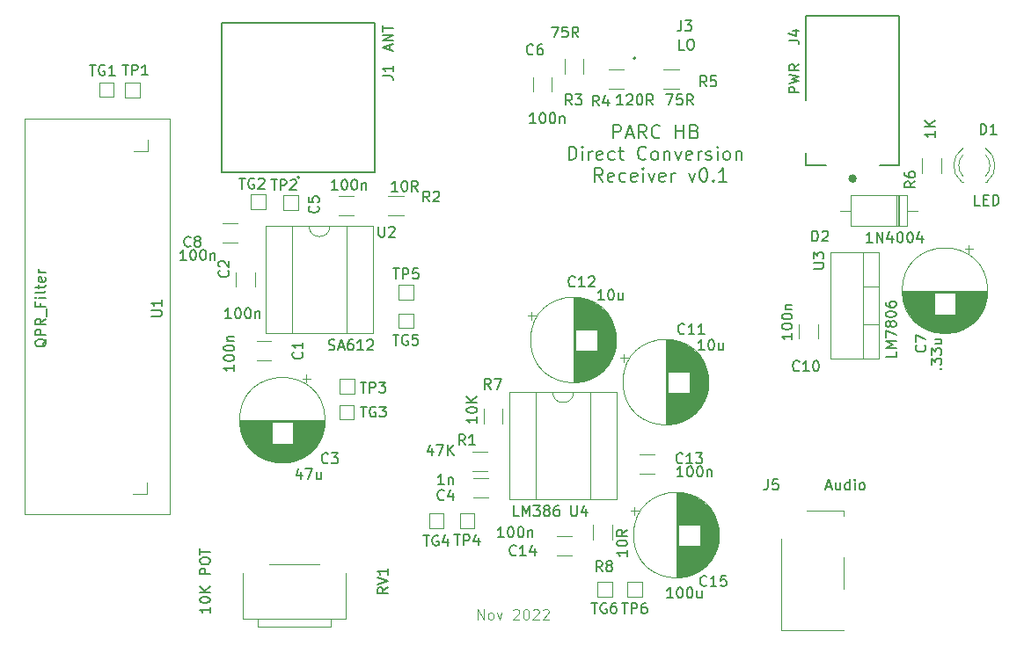
<source format=gbr>
%TF.GenerationSoftware,KiCad,Pcbnew,(6.0.7)*%
%TF.CreationDate,2022-11-13T20:04:36-05:00*%
%TF.ProjectId,DCR_MainBoard,4443525f-4d61-4696-9e42-6f6172642e6b,rev?*%
%TF.SameCoordinates,Original*%
%TF.FileFunction,Legend,Top*%
%TF.FilePolarity,Positive*%
%FSLAX46Y46*%
G04 Gerber Fmt 4.6, Leading zero omitted, Abs format (unit mm)*
G04 Created by KiCad (PCBNEW (6.0.7)) date 2022-11-13 20:04:36*
%MOMM*%
%LPD*%
G01*
G04 APERTURE LIST*
%ADD10C,0.100000*%
%ADD11C,0.200000*%
%ADD12C,0.150000*%
%ADD13C,0.120000*%
%ADD14C,0.127000*%
%ADD15C,0.400000*%
G04 APERTURE END LIST*
D10*
X67461238Y-81529180D02*
X67461238Y-80529180D01*
X68032666Y-81529180D01*
X68032666Y-80529180D01*
X68651714Y-81529180D02*
X68556476Y-81481561D01*
X68508857Y-81433942D01*
X68461238Y-81338704D01*
X68461238Y-81052990D01*
X68508857Y-80957752D01*
X68556476Y-80910133D01*
X68651714Y-80862514D01*
X68794571Y-80862514D01*
X68889809Y-80910133D01*
X68937428Y-80957752D01*
X68985047Y-81052990D01*
X68985047Y-81338704D01*
X68937428Y-81433942D01*
X68889809Y-81481561D01*
X68794571Y-81529180D01*
X68651714Y-81529180D01*
X69318380Y-80862514D02*
X69556476Y-81529180D01*
X69794571Y-80862514D01*
X70889809Y-80624419D02*
X70937428Y-80576800D01*
X71032666Y-80529180D01*
X71270761Y-80529180D01*
X71366000Y-80576800D01*
X71413619Y-80624419D01*
X71461238Y-80719657D01*
X71461238Y-80814895D01*
X71413619Y-80957752D01*
X70842190Y-81529180D01*
X71461238Y-81529180D01*
X72080285Y-80529180D02*
X72175523Y-80529180D01*
X72270761Y-80576800D01*
X72318380Y-80624419D01*
X72366000Y-80719657D01*
X72413619Y-80910133D01*
X72413619Y-81148228D01*
X72366000Y-81338704D01*
X72318380Y-81433942D01*
X72270761Y-81481561D01*
X72175523Y-81529180D01*
X72080285Y-81529180D01*
X71985047Y-81481561D01*
X71937428Y-81433942D01*
X71889809Y-81338704D01*
X71842190Y-81148228D01*
X71842190Y-80910133D01*
X71889809Y-80719657D01*
X71937428Y-80624419D01*
X71985047Y-80576800D01*
X72080285Y-80529180D01*
X72794571Y-80624419D02*
X72842190Y-80576800D01*
X72937428Y-80529180D01*
X73175523Y-80529180D01*
X73270761Y-80576800D01*
X73318380Y-80624419D01*
X73366000Y-80719657D01*
X73366000Y-80814895D01*
X73318380Y-80957752D01*
X72746952Y-81529180D01*
X73366000Y-81529180D01*
X73746952Y-80624419D02*
X73794571Y-80576800D01*
X73889809Y-80529180D01*
X74127904Y-80529180D01*
X74223142Y-80576800D01*
X74270761Y-80624419D01*
X74318380Y-80719657D01*
X74318380Y-80814895D01*
X74270761Y-80957752D01*
X73699333Y-81529180D01*
X74318380Y-81529180D01*
D11*
X80545552Y-35172695D02*
X80545552Y-33872695D01*
X81040790Y-33872695D01*
X81164600Y-33934600D01*
X81226504Y-33996504D01*
X81288409Y-34120314D01*
X81288409Y-34306028D01*
X81226504Y-34429838D01*
X81164600Y-34491742D01*
X81040790Y-34553647D01*
X80545552Y-34553647D01*
X81783647Y-34801266D02*
X82402695Y-34801266D01*
X81659838Y-35172695D02*
X82093171Y-33872695D01*
X82526504Y-35172695D01*
X83702695Y-35172695D02*
X83269361Y-34553647D01*
X82959838Y-35172695D02*
X82959838Y-33872695D01*
X83455076Y-33872695D01*
X83578885Y-33934600D01*
X83640790Y-33996504D01*
X83702695Y-34120314D01*
X83702695Y-34306028D01*
X83640790Y-34429838D01*
X83578885Y-34491742D01*
X83455076Y-34553647D01*
X82959838Y-34553647D01*
X85002695Y-35048885D02*
X84940790Y-35110790D01*
X84755076Y-35172695D01*
X84631266Y-35172695D01*
X84445552Y-35110790D01*
X84321742Y-34986980D01*
X84259838Y-34863171D01*
X84197933Y-34615552D01*
X84197933Y-34429838D01*
X84259838Y-34182219D01*
X84321742Y-34058409D01*
X84445552Y-33934600D01*
X84631266Y-33872695D01*
X84755076Y-33872695D01*
X84940790Y-33934600D01*
X85002695Y-33996504D01*
X86550314Y-35172695D02*
X86550314Y-33872695D01*
X86550314Y-34491742D02*
X87293171Y-34491742D01*
X87293171Y-35172695D02*
X87293171Y-33872695D01*
X88345552Y-34491742D02*
X88531266Y-34553647D01*
X88593171Y-34615552D01*
X88655076Y-34739361D01*
X88655076Y-34925076D01*
X88593171Y-35048885D01*
X88531266Y-35110790D01*
X88407457Y-35172695D01*
X87912219Y-35172695D01*
X87912219Y-33872695D01*
X88345552Y-33872695D01*
X88469361Y-33934600D01*
X88531266Y-33996504D01*
X88593171Y-34120314D01*
X88593171Y-34244123D01*
X88531266Y-34367933D01*
X88469361Y-34429838D01*
X88345552Y-34491742D01*
X87912219Y-34491742D01*
X76243171Y-37265695D02*
X76243171Y-35965695D01*
X76552695Y-35965695D01*
X76738409Y-36027600D01*
X76862219Y-36151409D01*
X76924123Y-36275219D01*
X76986028Y-36522838D01*
X76986028Y-36708552D01*
X76924123Y-36956171D01*
X76862219Y-37079980D01*
X76738409Y-37203790D01*
X76552695Y-37265695D01*
X76243171Y-37265695D01*
X77543171Y-37265695D02*
X77543171Y-36399028D01*
X77543171Y-35965695D02*
X77481266Y-36027600D01*
X77543171Y-36089504D01*
X77605076Y-36027600D01*
X77543171Y-35965695D01*
X77543171Y-36089504D01*
X78162219Y-37265695D02*
X78162219Y-36399028D01*
X78162219Y-36646647D02*
X78224123Y-36522838D01*
X78286028Y-36460933D01*
X78409838Y-36399028D01*
X78533647Y-36399028D01*
X79462219Y-37203790D02*
X79338409Y-37265695D01*
X79090790Y-37265695D01*
X78966980Y-37203790D01*
X78905076Y-37079980D01*
X78905076Y-36584742D01*
X78966980Y-36460933D01*
X79090790Y-36399028D01*
X79338409Y-36399028D01*
X79462219Y-36460933D01*
X79524123Y-36584742D01*
X79524123Y-36708552D01*
X78905076Y-36832361D01*
X80638409Y-37203790D02*
X80514600Y-37265695D01*
X80266980Y-37265695D01*
X80143171Y-37203790D01*
X80081266Y-37141885D01*
X80019361Y-37018076D01*
X80019361Y-36646647D01*
X80081266Y-36522838D01*
X80143171Y-36460933D01*
X80266980Y-36399028D01*
X80514600Y-36399028D01*
X80638409Y-36460933D01*
X81009838Y-36399028D02*
X81505076Y-36399028D01*
X81195552Y-35965695D02*
X81195552Y-37079980D01*
X81257457Y-37203790D01*
X81381266Y-37265695D01*
X81505076Y-37265695D01*
X83671742Y-37141885D02*
X83609838Y-37203790D01*
X83424123Y-37265695D01*
X83300314Y-37265695D01*
X83114600Y-37203790D01*
X82990790Y-37079980D01*
X82928885Y-36956171D01*
X82866980Y-36708552D01*
X82866980Y-36522838D01*
X82928885Y-36275219D01*
X82990790Y-36151409D01*
X83114600Y-36027600D01*
X83300314Y-35965695D01*
X83424123Y-35965695D01*
X83609838Y-36027600D01*
X83671742Y-36089504D01*
X84414600Y-37265695D02*
X84290790Y-37203790D01*
X84228885Y-37141885D01*
X84166980Y-37018076D01*
X84166980Y-36646647D01*
X84228885Y-36522838D01*
X84290790Y-36460933D01*
X84414600Y-36399028D01*
X84600314Y-36399028D01*
X84724123Y-36460933D01*
X84786028Y-36522838D01*
X84847933Y-36646647D01*
X84847933Y-37018076D01*
X84786028Y-37141885D01*
X84724123Y-37203790D01*
X84600314Y-37265695D01*
X84414600Y-37265695D01*
X85405076Y-36399028D02*
X85405076Y-37265695D01*
X85405076Y-36522838D02*
X85466980Y-36460933D01*
X85590790Y-36399028D01*
X85776504Y-36399028D01*
X85900314Y-36460933D01*
X85962219Y-36584742D01*
X85962219Y-37265695D01*
X86457457Y-36399028D02*
X86766980Y-37265695D01*
X87076504Y-36399028D01*
X88066980Y-37203790D02*
X87943171Y-37265695D01*
X87695552Y-37265695D01*
X87571742Y-37203790D01*
X87509838Y-37079980D01*
X87509838Y-36584742D01*
X87571742Y-36460933D01*
X87695552Y-36399028D01*
X87943171Y-36399028D01*
X88066980Y-36460933D01*
X88128885Y-36584742D01*
X88128885Y-36708552D01*
X87509838Y-36832361D01*
X88686028Y-37265695D02*
X88686028Y-36399028D01*
X88686028Y-36646647D02*
X88747933Y-36522838D01*
X88809838Y-36460933D01*
X88933647Y-36399028D01*
X89057457Y-36399028D01*
X89428885Y-37203790D02*
X89552695Y-37265695D01*
X89800314Y-37265695D01*
X89924123Y-37203790D01*
X89986028Y-37079980D01*
X89986028Y-37018076D01*
X89924123Y-36894266D01*
X89800314Y-36832361D01*
X89614600Y-36832361D01*
X89490790Y-36770457D01*
X89428885Y-36646647D01*
X89428885Y-36584742D01*
X89490790Y-36460933D01*
X89614600Y-36399028D01*
X89800314Y-36399028D01*
X89924123Y-36460933D01*
X90543171Y-37265695D02*
X90543171Y-36399028D01*
X90543171Y-35965695D02*
X90481266Y-36027600D01*
X90543171Y-36089504D01*
X90605076Y-36027600D01*
X90543171Y-35965695D01*
X90543171Y-36089504D01*
X91347933Y-37265695D02*
X91224123Y-37203790D01*
X91162219Y-37141885D01*
X91100314Y-37018076D01*
X91100314Y-36646647D01*
X91162219Y-36522838D01*
X91224123Y-36460933D01*
X91347933Y-36399028D01*
X91533647Y-36399028D01*
X91657457Y-36460933D01*
X91719361Y-36522838D01*
X91781266Y-36646647D01*
X91781266Y-37018076D01*
X91719361Y-37141885D01*
X91657457Y-37203790D01*
X91533647Y-37265695D01*
X91347933Y-37265695D01*
X92338409Y-36399028D02*
X92338409Y-37265695D01*
X92338409Y-36522838D02*
X92400314Y-36460933D01*
X92524123Y-36399028D01*
X92709838Y-36399028D01*
X92833647Y-36460933D01*
X92895552Y-36584742D01*
X92895552Y-37265695D01*
X79493171Y-39358695D02*
X79059838Y-38739647D01*
X78750314Y-39358695D02*
X78750314Y-38058695D01*
X79245552Y-38058695D01*
X79369361Y-38120600D01*
X79431266Y-38182504D01*
X79493171Y-38306314D01*
X79493171Y-38492028D01*
X79431266Y-38615838D01*
X79369361Y-38677742D01*
X79245552Y-38739647D01*
X78750314Y-38739647D01*
X80545552Y-39296790D02*
X80421742Y-39358695D01*
X80174123Y-39358695D01*
X80050314Y-39296790D01*
X79988409Y-39172980D01*
X79988409Y-38677742D01*
X80050314Y-38553933D01*
X80174123Y-38492028D01*
X80421742Y-38492028D01*
X80545552Y-38553933D01*
X80607457Y-38677742D01*
X80607457Y-38801552D01*
X79988409Y-38925361D01*
X81721742Y-39296790D02*
X81597933Y-39358695D01*
X81350314Y-39358695D01*
X81226504Y-39296790D01*
X81164600Y-39234885D01*
X81102695Y-39111076D01*
X81102695Y-38739647D01*
X81164600Y-38615838D01*
X81226504Y-38553933D01*
X81350314Y-38492028D01*
X81597933Y-38492028D01*
X81721742Y-38553933D01*
X82774123Y-39296790D02*
X82650314Y-39358695D01*
X82402695Y-39358695D01*
X82278885Y-39296790D01*
X82216980Y-39172980D01*
X82216980Y-38677742D01*
X82278885Y-38553933D01*
X82402695Y-38492028D01*
X82650314Y-38492028D01*
X82774123Y-38553933D01*
X82836028Y-38677742D01*
X82836028Y-38801552D01*
X82216980Y-38925361D01*
X83393171Y-39358695D02*
X83393171Y-38492028D01*
X83393171Y-38058695D02*
X83331266Y-38120600D01*
X83393171Y-38182504D01*
X83455076Y-38120600D01*
X83393171Y-38058695D01*
X83393171Y-38182504D01*
X83888409Y-38492028D02*
X84197933Y-39358695D01*
X84507457Y-38492028D01*
X85497933Y-39296790D02*
X85374123Y-39358695D01*
X85126504Y-39358695D01*
X85002695Y-39296790D01*
X84940790Y-39172980D01*
X84940790Y-38677742D01*
X85002695Y-38553933D01*
X85126504Y-38492028D01*
X85374123Y-38492028D01*
X85497933Y-38553933D01*
X85559838Y-38677742D01*
X85559838Y-38801552D01*
X84940790Y-38925361D01*
X86116980Y-39358695D02*
X86116980Y-38492028D01*
X86116980Y-38739647D02*
X86178885Y-38615838D01*
X86240790Y-38553933D01*
X86364600Y-38492028D01*
X86488409Y-38492028D01*
X87788409Y-38492028D02*
X88097933Y-39358695D01*
X88407457Y-38492028D01*
X89150314Y-38058695D02*
X89274123Y-38058695D01*
X89397933Y-38120600D01*
X89459838Y-38182504D01*
X89521742Y-38306314D01*
X89583647Y-38553933D01*
X89583647Y-38863457D01*
X89521742Y-39111076D01*
X89459838Y-39234885D01*
X89397933Y-39296790D01*
X89274123Y-39358695D01*
X89150314Y-39358695D01*
X89026504Y-39296790D01*
X88964600Y-39234885D01*
X88902695Y-39111076D01*
X88840790Y-38863457D01*
X88840790Y-38553933D01*
X88902695Y-38306314D01*
X88964600Y-38182504D01*
X89026504Y-38120600D01*
X89150314Y-38058695D01*
X90140790Y-39234885D02*
X90202695Y-39296790D01*
X90140790Y-39358695D01*
X90078885Y-39296790D01*
X90140790Y-39234885D01*
X90140790Y-39358695D01*
X91440790Y-39358695D02*
X90697933Y-39358695D01*
X91069361Y-39358695D02*
X91069361Y-38058695D01*
X90945552Y-38244409D01*
X90821742Y-38368219D01*
X90697933Y-38430123D01*
D12*
%TO.C,TG6*%
X78417895Y-79919580D02*
X78989323Y-79919580D01*
X78703609Y-80919580D02*
X78703609Y-79919580D01*
X79846466Y-79967200D02*
X79751228Y-79919580D01*
X79608371Y-79919580D01*
X79465514Y-79967200D01*
X79370276Y-80062438D01*
X79322657Y-80157676D01*
X79275038Y-80348152D01*
X79275038Y-80491009D01*
X79322657Y-80681485D01*
X79370276Y-80776723D01*
X79465514Y-80871961D01*
X79608371Y-80919580D01*
X79703609Y-80919580D01*
X79846466Y-80871961D01*
X79894085Y-80824342D01*
X79894085Y-80491009D01*
X79703609Y-80491009D01*
X80751228Y-79919580D02*
X80560752Y-79919580D01*
X80465514Y-79967200D01*
X80417895Y-80014819D01*
X80322657Y-80157676D01*
X80275038Y-80348152D01*
X80275038Y-80729104D01*
X80322657Y-80824342D01*
X80370276Y-80871961D01*
X80465514Y-80919580D01*
X80655990Y-80919580D01*
X80751228Y-80871961D01*
X80798847Y-80824342D01*
X80846466Y-80729104D01*
X80846466Y-80491009D01*
X80798847Y-80395771D01*
X80751228Y-80348152D01*
X80655990Y-80300533D01*
X80465514Y-80300533D01*
X80370276Y-80348152D01*
X80322657Y-80395771D01*
X80275038Y-80491009D01*
%TO.C,TG5*%
X59317095Y-54087780D02*
X59888523Y-54087780D01*
X59602809Y-55087780D02*
X59602809Y-54087780D01*
X60745666Y-54135400D02*
X60650428Y-54087780D01*
X60507571Y-54087780D01*
X60364714Y-54135400D01*
X60269476Y-54230638D01*
X60221857Y-54325876D01*
X60174238Y-54516352D01*
X60174238Y-54659209D01*
X60221857Y-54849685D01*
X60269476Y-54944923D01*
X60364714Y-55040161D01*
X60507571Y-55087780D01*
X60602809Y-55087780D01*
X60745666Y-55040161D01*
X60793285Y-54992542D01*
X60793285Y-54659209D01*
X60602809Y-54659209D01*
X61698047Y-54087780D02*
X61221857Y-54087780D01*
X61174238Y-54563971D01*
X61221857Y-54516352D01*
X61317095Y-54468733D01*
X61555190Y-54468733D01*
X61650428Y-54516352D01*
X61698047Y-54563971D01*
X61745666Y-54659209D01*
X61745666Y-54897304D01*
X61698047Y-54992542D01*
X61650428Y-55040161D01*
X61555190Y-55087780D01*
X61317095Y-55087780D01*
X61221857Y-55040161D01*
X61174238Y-54992542D01*
%TO.C,TG4*%
X62238095Y-73417180D02*
X62809523Y-73417180D01*
X62523809Y-74417180D02*
X62523809Y-73417180D01*
X63666666Y-73464800D02*
X63571428Y-73417180D01*
X63428571Y-73417180D01*
X63285714Y-73464800D01*
X63190476Y-73560038D01*
X63142857Y-73655276D01*
X63095238Y-73845752D01*
X63095238Y-73988609D01*
X63142857Y-74179085D01*
X63190476Y-74274323D01*
X63285714Y-74369561D01*
X63428571Y-74417180D01*
X63523809Y-74417180D01*
X63666666Y-74369561D01*
X63714285Y-74321942D01*
X63714285Y-73988609D01*
X63523809Y-73988609D01*
X64571428Y-73750514D02*
X64571428Y-74417180D01*
X64333333Y-73369561D02*
X64095238Y-74083847D01*
X64714285Y-74083847D01*
%TO.C,TG3*%
X56192895Y-61021980D02*
X56764323Y-61021980D01*
X56478609Y-62021980D02*
X56478609Y-61021980D01*
X57621466Y-61069600D02*
X57526228Y-61021980D01*
X57383371Y-61021980D01*
X57240514Y-61069600D01*
X57145276Y-61164838D01*
X57097657Y-61260076D01*
X57050038Y-61450552D01*
X57050038Y-61593409D01*
X57097657Y-61783885D01*
X57145276Y-61879123D01*
X57240514Y-61974361D01*
X57383371Y-62021980D01*
X57478609Y-62021980D01*
X57621466Y-61974361D01*
X57669085Y-61926742D01*
X57669085Y-61593409D01*
X57478609Y-61593409D01*
X58002419Y-61021980D02*
X58621466Y-61021980D01*
X58288133Y-61402933D01*
X58430990Y-61402933D01*
X58526228Y-61450552D01*
X58573847Y-61498171D01*
X58621466Y-61593409D01*
X58621466Y-61831504D01*
X58573847Y-61926742D01*
X58526228Y-61974361D01*
X58430990Y-62021980D01*
X58145276Y-62021980D01*
X58050038Y-61974361D01*
X58002419Y-61926742D01*
%TO.C,TG2*%
X44508895Y-39025580D02*
X45080323Y-39025580D01*
X44794609Y-40025580D02*
X44794609Y-39025580D01*
X45937466Y-39073200D02*
X45842228Y-39025580D01*
X45699371Y-39025580D01*
X45556514Y-39073200D01*
X45461276Y-39168438D01*
X45413657Y-39263676D01*
X45366038Y-39454152D01*
X45366038Y-39597009D01*
X45413657Y-39787485D01*
X45461276Y-39882723D01*
X45556514Y-39977961D01*
X45699371Y-40025580D01*
X45794609Y-40025580D01*
X45937466Y-39977961D01*
X45985085Y-39930342D01*
X45985085Y-39597009D01*
X45794609Y-39597009D01*
X46366038Y-39120819D02*
X46413657Y-39073200D01*
X46508895Y-39025580D01*
X46746990Y-39025580D01*
X46842228Y-39073200D01*
X46889847Y-39120819D01*
X46937466Y-39216057D01*
X46937466Y-39311295D01*
X46889847Y-39454152D01*
X46318419Y-40025580D01*
X46937466Y-40025580D01*
%TO.C,TG1*%
X30132495Y-28103580D02*
X30703923Y-28103580D01*
X30418209Y-29103580D02*
X30418209Y-28103580D01*
X31561066Y-28151200D02*
X31465828Y-28103580D01*
X31322971Y-28103580D01*
X31180114Y-28151200D01*
X31084876Y-28246438D01*
X31037257Y-28341676D01*
X30989638Y-28532152D01*
X30989638Y-28675009D01*
X31037257Y-28865485D01*
X31084876Y-28960723D01*
X31180114Y-29055961D01*
X31322971Y-29103580D01*
X31418209Y-29103580D01*
X31561066Y-29055961D01*
X31608685Y-29008342D01*
X31608685Y-28675009D01*
X31418209Y-28675009D01*
X32561066Y-29103580D02*
X31989638Y-29103580D01*
X32275352Y-29103580D02*
X32275352Y-28103580D01*
X32180114Y-28246438D01*
X32084876Y-28341676D01*
X31989638Y-28389295D01*
%TO.C,C7*%
X110506142Y-55118515D02*
X110553761Y-55166134D01*
X110601380Y-55308991D01*
X110601380Y-55404229D01*
X110553761Y-55547087D01*
X110458523Y-55642325D01*
X110363285Y-55689944D01*
X110172809Y-55737563D01*
X110029952Y-55737563D01*
X109839476Y-55689944D01*
X109744238Y-55642325D01*
X109649000Y-55547087D01*
X109601380Y-55404229D01*
X109601380Y-55308991D01*
X109649000Y-55166134D01*
X109696619Y-55118515D01*
X109601380Y-54785182D02*
X109601380Y-54118515D01*
X110601380Y-54547087D01*
X112030142Y-57372610D02*
X112077761Y-57324991D01*
X112125380Y-57372610D01*
X112077761Y-57420229D01*
X112030142Y-57372610D01*
X112125380Y-57372610D01*
X111125380Y-56991658D02*
X111125380Y-56372610D01*
X111506333Y-56705944D01*
X111506333Y-56563087D01*
X111553952Y-56467849D01*
X111601571Y-56420229D01*
X111696809Y-56372610D01*
X111934904Y-56372610D01*
X112030142Y-56420229D01*
X112077761Y-56467849D01*
X112125380Y-56563087D01*
X112125380Y-56848801D01*
X112077761Y-56944039D01*
X112030142Y-56991658D01*
X111125380Y-56039277D02*
X111125380Y-55420229D01*
X111506333Y-55753563D01*
X111506333Y-55610706D01*
X111553952Y-55515468D01*
X111601571Y-55467849D01*
X111696809Y-55420229D01*
X111934904Y-55420229D01*
X112030142Y-55467849D01*
X112077761Y-55515468D01*
X112125380Y-55610706D01*
X112125380Y-55896420D01*
X112077761Y-55991658D01*
X112030142Y-56039277D01*
X111458714Y-54563087D02*
X112125380Y-54563087D01*
X111458714Y-54991658D02*
X111982523Y-54991658D01*
X112077761Y-54944039D01*
X112125380Y-54848801D01*
X112125380Y-54705944D01*
X112077761Y-54610706D01*
X112030142Y-54563087D01*
%TO.C,C11*%
X87367793Y-53941142D02*
X87320174Y-53988761D01*
X87177317Y-54036380D01*
X87082079Y-54036380D01*
X86939222Y-53988761D01*
X86843984Y-53893523D01*
X86796365Y-53798285D01*
X86748746Y-53607809D01*
X86748746Y-53464952D01*
X86796365Y-53274476D01*
X86843984Y-53179238D01*
X86939222Y-53084000D01*
X87082079Y-53036380D01*
X87177317Y-53036380D01*
X87320174Y-53084000D01*
X87367793Y-53131619D01*
X88320174Y-54036380D02*
X87748746Y-54036380D01*
X88034460Y-54036380D02*
X88034460Y-53036380D01*
X87939222Y-53179238D01*
X87843984Y-53274476D01*
X87748746Y-53322095D01*
X89272555Y-54036380D02*
X88701127Y-54036380D01*
X88986841Y-54036380D02*
X88986841Y-53036380D01*
X88891603Y-53179238D01*
X88796365Y-53274476D01*
X88701127Y-53322095D01*
X89273142Y-55570380D02*
X88701714Y-55570380D01*
X88987428Y-55570380D02*
X88987428Y-54570380D01*
X88892190Y-54713238D01*
X88796952Y-54808476D01*
X88701714Y-54856095D01*
X89892190Y-54570380D02*
X89987428Y-54570380D01*
X90082666Y-54618000D01*
X90130285Y-54665619D01*
X90177904Y-54760857D01*
X90225523Y-54951333D01*
X90225523Y-55189428D01*
X90177904Y-55379904D01*
X90130285Y-55475142D01*
X90082666Y-55522761D01*
X89987428Y-55570380D01*
X89892190Y-55570380D01*
X89796952Y-55522761D01*
X89749333Y-55475142D01*
X89701714Y-55379904D01*
X89654095Y-55189428D01*
X89654095Y-54951333D01*
X89701714Y-54760857D01*
X89749333Y-54665619D01*
X89796952Y-54618000D01*
X89892190Y-54570380D01*
X91082666Y-54903714D02*
X91082666Y-55570380D01*
X90654095Y-54903714D02*
X90654095Y-55427523D01*
X90701714Y-55522761D01*
X90796952Y-55570380D01*
X90939809Y-55570380D01*
X91035047Y-55522761D01*
X91082666Y-55475142D01*
%TO.C,C8*%
X39838333Y-45543742D02*
X39790714Y-45591361D01*
X39647857Y-45638980D01*
X39552619Y-45638980D01*
X39409761Y-45591361D01*
X39314523Y-45496123D01*
X39266904Y-45400885D01*
X39219285Y-45210409D01*
X39219285Y-45067552D01*
X39266904Y-44877076D01*
X39314523Y-44781838D01*
X39409761Y-44686600D01*
X39552619Y-44638980D01*
X39647857Y-44638980D01*
X39790714Y-44686600D01*
X39838333Y-44734219D01*
X40409761Y-45067552D02*
X40314523Y-45019933D01*
X40266904Y-44972314D01*
X40219285Y-44877076D01*
X40219285Y-44829457D01*
X40266904Y-44734219D01*
X40314523Y-44686600D01*
X40409761Y-44638980D01*
X40600238Y-44638980D01*
X40695476Y-44686600D01*
X40743095Y-44734219D01*
X40790714Y-44829457D01*
X40790714Y-44877076D01*
X40743095Y-44972314D01*
X40695476Y-45019933D01*
X40600238Y-45067552D01*
X40409761Y-45067552D01*
X40314523Y-45115171D01*
X40266904Y-45162790D01*
X40219285Y-45258028D01*
X40219285Y-45448504D01*
X40266904Y-45543742D01*
X40314523Y-45591361D01*
X40409761Y-45638980D01*
X40600238Y-45638980D01*
X40695476Y-45591361D01*
X40743095Y-45543742D01*
X40790714Y-45448504D01*
X40790714Y-45258028D01*
X40743095Y-45162790D01*
X40695476Y-45115171D01*
X40600238Y-45067552D01*
X39419352Y-46908980D02*
X38847923Y-46908980D01*
X39133638Y-46908980D02*
X39133638Y-45908980D01*
X39038400Y-46051838D01*
X38943161Y-46147076D01*
X38847923Y-46194695D01*
X40038400Y-45908980D02*
X40133638Y-45908980D01*
X40228876Y-45956600D01*
X40276495Y-46004219D01*
X40324114Y-46099457D01*
X40371733Y-46289933D01*
X40371733Y-46528028D01*
X40324114Y-46718504D01*
X40276495Y-46813742D01*
X40228876Y-46861361D01*
X40133638Y-46908980D01*
X40038400Y-46908980D01*
X39943161Y-46861361D01*
X39895542Y-46813742D01*
X39847923Y-46718504D01*
X39800304Y-46528028D01*
X39800304Y-46289933D01*
X39847923Y-46099457D01*
X39895542Y-46004219D01*
X39943161Y-45956600D01*
X40038400Y-45908980D01*
X40990780Y-45908980D02*
X41086019Y-45908980D01*
X41181257Y-45956600D01*
X41228876Y-46004219D01*
X41276495Y-46099457D01*
X41324114Y-46289933D01*
X41324114Y-46528028D01*
X41276495Y-46718504D01*
X41228876Y-46813742D01*
X41181257Y-46861361D01*
X41086019Y-46908980D01*
X40990780Y-46908980D01*
X40895542Y-46861361D01*
X40847923Y-46813742D01*
X40800304Y-46718504D01*
X40752685Y-46528028D01*
X40752685Y-46289933D01*
X40800304Y-46099457D01*
X40847923Y-46004219D01*
X40895542Y-45956600D01*
X40990780Y-45908980D01*
X41752685Y-46242314D02*
X41752685Y-46908980D01*
X41752685Y-46337552D02*
X41800304Y-46289933D01*
X41895542Y-46242314D01*
X42038400Y-46242314D01*
X42133638Y-46289933D01*
X42181257Y-46385171D01*
X42181257Y-46908980D01*
%TO.C,J4*%
X97408928Y-25733609D02*
X98123804Y-25733609D01*
X98266779Y-25781267D01*
X98362096Y-25876584D01*
X98409755Y-26019559D01*
X98409755Y-26114876D01*
X97742537Y-24828098D02*
X98409755Y-24828098D01*
X97361269Y-25066391D02*
X98076146Y-25304683D01*
X98076146Y-24685123D01*
X98409915Y-30769408D02*
X97408734Y-30769408D01*
X97408734Y-30388005D01*
X97456409Y-30292655D01*
X97504084Y-30244979D01*
X97599435Y-30197304D01*
X97742461Y-30197304D01*
X97837811Y-30244979D01*
X97885487Y-30292655D01*
X97933162Y-30388005D01*
X97933162Y-30769408D01*
X97408734Y-29863577D02*
X98409915Y-29625201D01*
X97694785Y-29434500D01*
X98409915Y-29243798D01*
X97408734Y-29005422D01*
X98409915Y-28051916D02*
X97933162Y-28385643D01*
X98409915Y-28624020D02*
X97408734Y-28624020D01*
X97408734Y-28242617D01*
X97456409Y-28147267D01*
X97504084Y-28099592D01*
X97599435Y-28051916D01*
X97742461Y-28051916D01*
X97837811Y-28099592D01*
X97885487Y-28147267D01*
X97933162Y-28242617D01*
X97933162Y-28624020D01*
%TO.C,R7*%
X68743533Y-59329580D02*
X68410200Y-58853390D01*
X68172104Y-59329580D02*
X68172104Y-58329580D01*
X68553057Y-58329580D01*
X68648295Y-58377200D01*
X68695914Y-58424819D01*
X68743533Y-58520057D01*
X68743533Y-58662914D01*
X68695914Y-58758152D01*
X68648295Y-58805771D01*
X68553057Y-58853390D01*
X68172104Y-58853390D01*
X69076866Y-58329580D02*
X69743533Y-58329580D01*
X69314961Y-59329580D01*
X67406780Y-62006076D02*
X67406780Y-62577504D01*
X67406780Y-62291790D02*
X66406780Y-62291790D01*
X66549638Y-62387028D01*
X66644876Y-62482266D01*
X66692495Y-62577504D01*
X66406780Y-61387028D02*
X66406780Y-61291790D01*
X66454400Y-61196552D01*
X66502019Y-61148933D01*
X66597257Y-61101314D01*
X66787733Y-61053695D01*
X67025828Y-61053695D01*
X67216304Y-61101314D01*
X67311542Y-61148933D01*
X67359161Y-61196552D01*
X67406780Y-61291790D01*
X67406780Y-61387028D01*
X67359161Y-61482266D01*
X67311542Y-61529885D01*
X67216304Y-61577504D01*
X67025828Y-61625123D01*
X66787733Y-61625123D01*
X66597257Y-61577504D01*
X66502019Y-61529885D01*
X66454400Y-61482266D01*
X66406780Y-61387028D01*
X67406780Y-60625123D02*
X66406780Y-60625123D01*
X67406780Y-60053695D02*
X66835352Y-60482266D01*
X66406780Y-60053695D02*
X66978209Y-60625123D01*
%TO.C,R4*%
X79130333Y-32049980D02*
X78797000Y-31573790D01*
X78558904Y-32049980D02*
X78558904Y-31049980D01*
X78939857Y-31049980D01*
X79035095Y-31097600D01*
X79082714Y-31145219D01*
X79130333Y-31240457D01*
X79130333Y-31383314D01*
X79082714Y-31478552D01*
X79035095Y-31526171D01*
X78939857Y-31573790D01*
X78558904Y-31573790D01*
X79987476Y-31383314D02*
X79987476Y-32049980D01*
X79749380Y-31002361D02*
X79511285Y-31716647D01*
X80130333Y-31716647D01*
X81432333Y-31948380D02*
X80860904Y-31948380D01*
X81146619Y-31948380D02*
X81146619Y-30948380D01*
X81051380Y-31091238D01*
X80956142Y-31186476D01*
X80860904Y-31234095D01*
X81813285Y-31043619D02*
X81860904Y-30996000D01*
X81956142Y-30948380D01*
X82194238Y-30948380D01*
X82289476Y-30996000D01*
X82337095Y-31043619D01*
X82384714Y-31138857D01*
X82384714Y-31234095D01*
X82337095Y-31376952D01*
X81765666Y-31948380D01*
X82384714Y-31948380D01*
X83003761Y-30948380D02*
X83099000Y-30948380D01*
X83194238Y-30996000D01*
X83241857Y-31043619D01*
X83289476Y-31138857D01*
X83337095Y-31329333D01*
X83337095Y-31567428D01*
X83289476Y-31757904D01*
X83241857Y-31853142D01*
X83194238Y-31900761D01*
X83099000Y-31948380D01*
X83003761Y-31948380D01*
X82908523Y-31900761D01*
X82860904Y-31853142D01*
X82813285Y-31757904D01*
X82765666Y-31567428D01*
X82765666Y-31329333D01*
X82813285Y-31138857D01*
X82860904Y-31043619D01*
X82908523Y-30996000D01*
X83003761Y-30948380D01*
X84337095Y-31948380D02*
X84003761Y-31472190D01*
X83765666Y-31948380D02*
X83765666Y-30948380D01*
X84146619Y-30948380D01*
X84241857Y-30996000D01*
X84289476Y-31043619D01*
X84337095Y-31138857D01*
X84337095Y-31281714D01*
X84289476Y-31376952D01*
X84241857Y-31424571D01*
X84146619Y-31472190D01*
X83765666Y-31472190D01*
%TO.C,C2*%
X43435542Y-47918666D02*
X43483161Y-47966285D01*
X43530780Y-48109142D01*
X43530780Y-48204380D01*
X43483161Y-48347238D01*
X43387923Y-48442476D01*
X43292685Y-48490095D01*
X43102209Y-48537714D01*
X42959352Y-48537714D01*
X42768876Y-48490095D01*
X42673638Y-48442476D01*
X42578400Y-48347238D01*
X42530780Y-48204380D01*
X42530780Y-48109142D01*
X42578400Y-47966285D01*
X42626019Y-47918666D01*
X42626019Y-47537714D02*
X42578400Y-47490095D01*
X42530780Y-47394857D01*
X42530780Y-47156761D01*
X42578400Y-47061523D01*
X42626019Y-47013904D01*
X42721257Y-46966285D01*
X42816495Y-46966285D01*
X42959352Y-47013904D01*
X43530780Y-47585333D01*
X43530780Y-46966285D01*
X43737352Y-52522380D02*
X43165923Y-52522380D01*
X43451638Y-52522380D02*
X43451638Y-51522380D01*
X43356400Y-51665238D01*
X43261161Y-51760476D01*
X43165923Y-51808095D01*
X44356400Y-51522380D02*
X44451638Y-51522380D01*
X44546876Y-51570000D01*
X44594495Y-51617619D01*
X44642114Y-51712857D01*
X44689733Y-51903333D01*
X44689733Y-52141428D01*
X44642114Y-52331904D01*
X44594495Y-52427142D01*
X44546876Y-52474761D01*
X44451638Y-52522380D01*
X44356400Y-52522380D01*
X44261161Y-52474761D01*
X44213542Y-52427142D01*
X44165923Y-52331904D01*
X44118304Y-52141428D01*
X44118304Y-51903333D01*
X44165923Y-51712857D01*
X44213542Y-51617619D01*
X44261161Y-51570000D01*
X44356400Y-51522380D01*
X45308780Y-51522380D02*
X45404019Y-51522380D01*
X45499257Y-51570000D01*
X45546876Y-51617619D01*
X45594495Y-51712857D01*
X45642114Y-51903333D01*
X45642114Y-52141428D01*
X45594495Y-52331904D01*
X45546876Y-52427142D01*
X45499257Y-52474761D01*
X45404019Y-52522380D01*
X45308780Y-52522380D01*
X45213542Y-52474761D01*
X45165923Y-52427142D01*
X45118304Y-52331904D01*
X45070685Y-52141428D01*
X45070685Y-51903333D01*
X45118304Y-51712857D01*
X45165923Y-51617619D01*
X45213542Y-51570000D01*
X45308780Y-51522380D01*
X46070685Y-51855714D02*
X46070685Y-52522380D01*
X46070685Y-51950952D02*
X46118304Y-51903333D01*
X46213542Y-51855714D01*
X46356400Y-51855714D01*
X46451638Y-51903333D01*
X46499257Y-51998571D01*
X46499257Y-52522380D01*
%TO.C,RV1*%
X58811380Y-78433238D02*
X58335190Y-78766571D01*
X58811380Y-79004666D02*
X57811380Y-79004666D01*
X57811380Y-78623714D01*
X57859000Y-78528476D01*
X57906619Y-78480857D01*
X58001857Y-78433238D01*
X58144714Y-78433238D01*
X58239952Y-78480857D01*
X58287571Y-78528476D01*
X58335190Y-78623714D01*
X58335190Y-79004666D01*
X57811380Y-78147523D02*
X58811380Y-77814190D01*
X57811380Y-77480857D01*
X58811380Y-76623714D02*
X58811380Y-77195142D01*
X58811380Y-76909428D02*
X57811380Y-76909428D01*
X57954238Y-77004666D01*
X58049476Y-77099904D01*
X58097095Y-77195142D01*
X41711380Y-80314190D02*
X41711380Y-80885619D01*
X41711380Y-80599904D02*
X40711380Y-80599904D01*
X40854238Y-80695142D01*
X40949476Y-80790380D01*
X40997095Y-80885619D01*
X40711380Y-79695142D02*
X40711380Y-79599904D01*
X40759000Y-79504666D01*
X40806619Y-79457047D01*
X40901857Y-79409428D01*
X41092333Y-79361809D01*
X41330428Y-79361809D01*
X41520904Y-79409428D01*
X41616142Y-79457047D01*
X41663761Y-79504666D01*
X41711380Y-79599904D01*
X41711380Y-79695142D01*
X41663761Y-79790380D01*
X41616142Y-79838000D01*
X41520904Y-79885619D01*
X41330428Y-79933238D01*
X41092333Y-79933238D01*
X40901857Y-79885619D01*
X40806619Y-79838000D01*
X40759000Y-79790380D01*
X40711380Y-79695142D01*
X41711380Y-78933238D02*
X40711380Y-78933238D01*
X41711380Y-78361809D02*
X41139952Y-78790380D01*
X40711380Y-78361809D02*
X41282809Y-78933238D01*
X41711380Y-77171333D02*
X40711380Y-77171333D01*
X40711380Y-76790380D01*
X40759000Y-76695142D01*
X40806619Y-76647523D01*
X40901857Y-76599904D01*
X41044714Y-76599904D01*
X41139952Y-76647523D01*
X41187571Y-76695142D01*
X41235190Y-76790380D01*
X41235190Y-77171333D01*
X40711380Y-75980857D02*
X40711380Y-75790380D01*
X40759000Y-75695142D01*
X40854238Y-75599904D01*
X41044714Y-75552285D01*
X41378047Y-75552285D01*
X41568523Y-75599904D01*
X41663761Y-75695142D01*
X41711380Y-75790380D01*
X41711380Y-75980857D01*
X41663761Y-76076095D01*
X41568523Y-76171333D01*
X41378047Y-76218952D01*
X41044714Y-76218952D01*
X40854238Y-76171333D01*
X40759000Y-76076095D01*
X40711380Y-75980857D01*
X40711380Y-75266571D02*
X40711380Y-74695142D01*
X41711380Y-74980857D02*
X40711380Y-74980857D01*
%TO.C,U4*%
X76444095Y-70562380D02*
X76444095Y-71371904D01*
X76491714Y-71467142D01*
X76539333Y-71514761D01*
X76634571Y-71562380D01*
X76825047Y-71562380D01*
X76920285Y-71514761D01*
X76967904Y-71467142D01*
X77015523Y-71371904D01*
X77015523Y-70562380D01*
X77920285Y-70895714D02*
X77920285Y-71562380D01*
X77682190Y-70514761D02*
X77444095Y-71229047D01*
X78063142Y-71229047D01*
X71451523Y-71562380D02*
X70975333Y-71562380D01*
X70975333Y-70562380D01*
X71784857Y-71562380D02*
X71784857Y-70562380D01*
X72118190Y-71276666D01*
X72451523Y-70562380D01*
X72451523Y-71562380D01*
X72832476Y-70562380D02*
X73451523Y-70562380D01*
X73118190Y-70943333D01*
X73261047Y-70943333D01*
X73356285Y-70990952D01*
X73403904Y-71038571D01*
X73451523Y-71133809D01*
X73451523Y-71371904D01*
X73403904Y-71467142D01*
X73356285Y-71514761D01*
X73261047Y-71562380D01*
X72975333Y-71562380D01*
X72880095Y-71514761D01*
X72832476Y-71467142D01*
X74022952Y-70990952D02*
X73927714Y-70943333D01*
X73880095Y-70895714D01*
X73832476Y-70800476D01*
X73832476Y-70752857D01*
X73880095Y-70657619D01*
X73927714Y-70610000D01*
X74022952Y-70562380D01*
X74213428Y-70562380D01*
X74308666Y-70610000D01*
X74356285Y-70657619D01*
X74403904Y-70752857D01*
X74403904Y-70800476D01*
X74356285Y-70895714D01*
X74308666Y-70943333D01*
X74213428Y-70990952D01*
X74022952Y-70990952D01*
X73927714Y-71038571D01*
X73880095Y-71086190D01*
X73832476Y-71181428D01*
X73832476Y-71371904D01*
X73880095Y-71467142D01*
X73927714Y-71514761D01*
X74022952Y-71562380D01*
X74213428Y-71562380D01*
X74308666Y-71514761D01*
X74356285Y-71467142D01*
X74403904Y-71371904D01*
X74403904Y-71181428D01*
X74356285Y-71086190D01*
X74308666Y-71038571D01*
X74213428Y-70990952D01*
X75261047Y-70562380D02*
X75070571Y-70562380D01*
X74975333Y-70610000D01*
X74927714Y-70657619D01*
X74832476Y-70800476D01*
X74784857Y-70990952D01*
X74784857Y-71371904D01*
X74832476Y-71467142D01*
X74880095Y-71514761D01*
X74975333Y-71562380D01*
X75165809Y-71562380D01*
X75261047Y-71514761D01*
X75308666Y-71467142D01*
X75356285Y-71371904D01*
X75356285Y-71133809D01*
X75308666Y-71038571D01*
X75261047Y-70990952D01*
X75165809Y-70943333D01*
X74975333Y-70943333D01*
X74880095Y-70990952D01*
X74832476Y-71038571D01*
X74784857Y-71133809D01*
%TO.C,U3*%
X99782380Y-47722404D02*
X100591904Y-47722404D01*
X100687142Y-47674785D01*
X100734761Y-47627166D01*
X100782380Y-47531928D01*
X100782380Y-47341452D01*
X100734761Y-47246214D01*
X100687142Y-47198595D01*
X100591904Y-47150976D01*
X99782380Y-47150976D01*
X99782380Y-46770023D02*
X99782380Y-46150976D01*
X100163333Y-46484309D01*
X100163333Y-46341452D01*
X100210952Y-46246214D01*
X100258571Y-46198595D01*
X100353809Y-46150976D01*
X100591904Y-46150976D01*
X100687142Y-46198595D01*
X100734761Y-46246214D01*
X100782380Y-46341452D01*
X100782380Y-46627166D01*
X100734761Y-46722404D01*
X100687142Y-46770023D01*
X107736380Y-55731166D02*
X107736380Y-56207357D01*
X106736380Y-56207357D01*
X107736380Y-55397833D02*
X106736380Y-55397833D01*
X107450666Y-55064500D01*
X106736380Y-54731166D01*
X107736380Y-54731166D01*
X106736380Y-54350214D02*
X106736380Y-53683547D01*
X107736380Y-54112119D01*
X107164952Y-53159738D02*
X107117333Y-53254976D01*
X107069714Y-53302595D01*
X106974476Y-53350214D01*
X106926857Y-53350214D01*
X106831619Y-53302595D01*
X106784000Y-53254976D01*
X106736380Y-53159738D01*
X106736380Y-52969261D01*
X106784000Y-52874023D01*
X106831619Y-52826404D01*
X106926857Y-52778785D01*
X106974476Y-52778785D01*
X107069714Y-52826404D01*
X107117333Y-52874023D01*
X107164952Y-52969261D01*
X107164952Y-53159738D01*
X107212571Y-53254976D01*
X107260190Y-53302595D01*
X107355428Y-53350214D01*
X107545904Y-53350214D01*
X107641142Y-53302595D01*
X107688761Y-53254976D01*
X107736380Y-53159738D01*
X107736380Y-52969261D01*
X107688761Y-52874023D01*
X107641142Y-52826404D01*
X107545904Y-52778785D01*
X107355428Y-52778785D01*
X107260190Y-52826404D01*
X107212571Y-52874023D01*
X107164952Y-52969261D01*
X106736380Y-52159738D02*
X106736380Y-52064500D01*
X106784000Y-51969261D01*
X106831619Y-51921642D01*
X106926857Y-51874023D01*
X107117333Y-51826404D01*
X107355428Y-51826404D01*
X107545904Y-51874023D01*
X107641142Y-51921642D01*
X107688761Y-51969261D01*
X107736380Y-52064500D01*
X107736380Y-52159738D01*
X107688761Y-52254976D01*
X107641142Y-52302595D01*
X107545904Y-52350214D01*
X107355428Y-52397833D01*
X107117333Y-52397833D01*
X106926857Y-52350214D01*
X106831619Y-52302595D01*
X106784000Y-52254976D01*
X106736380Y-52159738D01*
X106736380Y-50969261D02*
X106736380Y-51159738D01*
X106784000Y-51254976D01*
X106831619Y-51302595D01*
X106974476Y-51397833D01*
X107164952Y-51445452D01*
X107545904Y-51445452D01*
X107641142Y-51397833D01*
X107688761Y-51350214D01*
X107736380Y-51254976D01*
X107736380Y-51064500D01*
X107688761Y-50969261D01*
X107641142Y-50921642D01*
X107545904Y-50874023D01*
X107307809Y-50874023D01*
X107212571Y-50921642D01*
X107164952Y-50969261D01*
X107117333Y-51064500D01*
X107117333Y-51254976D01*
X107164952Y-51350214D01*
X107212571Y-51397833D01*
X107307809Y-51445452D01*
%TO.C,R8*%
X79461984Y-76896380D02*
X79128651Y-76420190D01*
X78890555Y-76896380D02*
X78890555Y-75896380D01*
X79271508Y-75896380D01*
X79366746Y-75944000D01*
X79414365Y-75991619D01*
X79461984Y-76086857D01*
X79461984Y-76229714D01*
X79414365Y-76324952D01*
X79366746Y-76372571D01*
X79271508Y-76420190D01*
X78890555Y-76420190D01*
X80033412Y-76324952D02*
X79938174Y-76277333D01*
X79890555Y-76229714D01*
X79842936Y-76134476D01*
X79842936Y-76086857D01*
X79890555Y-75991619D01*
X79938174Y-75944000D01*
X80033412Y-75896380D01*
X80223889Y-75896380D01*
X80319127Y-75944000D01*
X80366746Y-75991619D01*
X80414365Y-76086857D01*
X80414365Y-76134476D01*
X80366746Y-76229714D01*
X80319127Y-76277333D01*
X80223889Y-76324952D01*
X80033412Y-76324952D01*
X79938174Y-76372571D01*
X79890555Y-76420190D01*
X79842936Y-76515428D01*
X79842936Y-76705904D01*
X79890555Y-76801142D01*
X79938174Y-76848761D01*
X80033412Y-76896380D01*
X80223889Y-76896380D01*
X80319127Y-76848761D01*
X80366746Y-76801142D01*
X80414365Y-76705904D01*
X80414365Y-76515428D01*
X80366746Y-76420190D01*
X80319127Y-76372571D01*
X80223889Y-76324952D01*
X81859031Y-74848476D02*
X81859031Y-75419904D01*
X81859031Y-75134190D02*
X80859031Y-75134190D01*
X81001889Y-75229428D01*
X81097127Y-75324666D01*
X81144746Y-75419904D01*
X80859031Y-74229428D02*
X80859031Y-74134190D01*
X80906651Y-74038952D01*
X80954270Y-73991333D01*
X81049508Y-73943714D01*
X81239984Y-73896095D01*
X81478079Y-73896095D01*
X81668555Y-73943714D01*
X81763793Y-73991333D01*
X81811412Y-74038952D01*
X81859031Y-74134190D01*
X81859031Y-74229428D01*
X81811412Y-74324666D01*
X81763793Y-74372285D01*
X81668555Y-74419904D01*
X81478079Y-74467523D01*
X81239984Y-74467523D01*
X81049508Y-74419904D01*
X80954270Y-74372285D01*
X80906651Y-74324666D01*
X80859031Y-74229428D01*
X81859031Y-72896095D02*
X81382841Y-73229428D01*
X81859031Y-73467523D02*
X80859031Y-73467523D01*
X80859031Y-73086571D01*
X80906651Y-72991333D01*
X80954270Y-72943714D01*
X81049508Y-72896095D01*
X81192365Y-72896095D01*
X81287603Y-72943714D01*
X81335222Y-72991333D01*
X81382841Y-73086571D01*
X81382841Y-73467523D01*
%TO.C,C15*%
X89501742Y-78208142D02*
X89454123Y-78255761D01*
X89311266Y-78303380D01*
X89216028Y-78303380D01*
X89073171Y-78255761D01*
X88977933Y-78160523D01*
X88930314Y-78065285D01*
X88882695Y-77874809D01*
X88882695Y-77731952D01*
X88930314Y-77541476D01*
X88977933Y-77446238D01*
X89073171Y-77351000D01*
X89216028Y-77303380D01*
X89311266Y-77303380D01*
X89454123Y-77351000D01*
X89501742Y-77398619D01*
X90454123Y-78303380D02*
X89882695Y-78303380D01*
X90168409Y-78303380D02*
X90168409Y-77303380D01*
X90073171Y-77446238D01*
X89977933Y-77541476D01*
X89882695Y-77589095D01*
X91358885Y-77303380D02*
X90882695Y-77303380D01*
X90835076Y-77779571D01*
X90882695Y-77731952D01*
X90977933Y-77684333D01*
X91216028Y-77684333D01*
X91311266Y-77731952D01*
X91358885Y-77779571D01*
X91406504Y-77874809D01*
X91406504Y-78112904D01*
X91358885Y-78208142D01*
X91311266Y-78255761D01*
X91216028Y-78303380D01*
X90977933Y-78303380D01*
X90882695Y-78255761D01*
X90835076Y-78208142D01*
X86256952Y-79446380D02*
X85685523Y-79446380D01*
X85971238Y-79446380D02*
X85971238Y-78446380D01*
X85876000Y-78589238D01*
X85780761Y-78684476D01*
X85685523Y-78732095D01*
X86876000Y-78446380D02*
X86971238Y-78446380D01*
X87066476Y-78494000D01*
X87114095Y-78541619D01*
X87161714Y-78636857D01*
X87209333Y-78827333D01*
X87209333Y-79065428D01*
X87161714Y-79255904D01*
X87114095Y-79351142D01*
X87066476Y-79398761D01*
X86971238Y-79446380D01*
X86876000Y-79446380D01*
X86780761Y-79398761D01*
X86733142Y-79351142D01*
X86685523Y-79255904D01*
X86637904Y-79065428D01*
X86637904Y-78827333D01*
X86685523Y-78636857D01*
X86733142Y-78541619D01*
X86780761Y-78494000D01*
X86876000Y-78446380D01*
X87828380Y-78446380D02*
X87923619Y-78446380D01*
X88018857Y-78494000D01*
X88066476Y-78541619D01*
X88114095Y-78636857D01*
X88161714Y-78827333D01*
X88161714Y-79065428D01*
X88114095Y-79255904D01*
X88066476Y-79351142D01*
X88018857Y-79398761D01*
X87923619Y-79446380D01*
X87828380Y-79446380D01*
X87733142Y-79398761D01*
X87685523Y-79351142D01*
X87637904Y-79255904D01*
X87590285Y-79065428D01*
X87590285Y-78827333D01*
X87637904Y-78636857D01*
X87685523Y-78541619D01*
X87733142Y-78494000D01*
X87828380Y-78446380D01*
X89018857Y-78779714D02*
X89018857Y-79446380D01*
X88590285Y-78779714D02*
X88590285Y-79303523D01*
X88637904Y-79398761D01*
X88733142Y-79446380D01*
X88876000Y-79446380D01*
X88971238Y-79398761D01*
X89018857Y-79351142D01*
%TO.C,TP6*%
X81338895Y-79944980D02*
X81910323Y-79944980D01*
X81624609Y-80944980D02*
X81624609Y-79944980D01*
X82243657Y-80944980D02*
X82243657Y-79944980D01*
X82624609Y-79944980D01*
X82719847Y-79992600D01*
X82767466Y-80040219D01*
X82815085Y-80135457D01*
X82815085Y-80278314D01*
X82767466Y-80373552D01*
X82719847Y-80421171D01*
X82624609Y-80468790D01*
X82243657Y-80468790D01*
X83672228Y-79944980D02*
X83481752Y-79944980D01*
X83386514Y-79992600D01*
X83338895Y-80040219D01*
X83243657Y-80183076D01*
X83196038Y-80373552D01*
X83196038Y-80754504D01*
X83243657Y-80849742D01*
X83291276Y-80897361D01*
X83386514Y-80944980D01*
X83576990Y-80944980D01*
X83672228Y-80897361D01*
X83719847Y-80849742D01*
X83767466Y-80754504D01*
X83767466Y-80516409D01*
X83719847Y-80421171D01*
X83672228Y-80373552D01*
X83576990Y-80325933D01*
X83386514Y-80325933D01*
X83291276Y-80373552D01*
X83243657Y-80421171D01*
X83196038Y-80516409D01*
%TO.C,C6*%
X72807533Y-27027142D02*
X72759914Y-27074761D01*
X72617057Y-27122380D01*
X72521819Y-27122380D01*
X72378961Y-27074761D01*
X72283723Y-26979523D01*
X72236104Y-26884285D01*
X72188485Y-26693809D01*
X72188485Y-26550952D01*
X72236104Y-26360476D01*
X72283723Y-26265238D01*
X72378961Y-26170000D01*
X72521819Y-26122380D01*
X72617057Y-26122380D01*
X72759914Y-26170000D01*
X72807533Y-26217619D01*
X73664676Y-26122380D02*
X73474200Y-26122380D01*
X73378961Y-26170000D01*
X73331342Y-26217619D01*
X73236104Y-26360476D01*
X73188485Y-26550952D01*
X73188485Y-26931904D01*
X73236104Y-27027142D01*
X73283723Y-27074761D01*
X73378961Y-27122380D01*
X73569438Y-27122380D01*
X73664676Y-27074761D01*
X73712295Y-27027142D01*
X73759914Y-26931904D01*
X73759914Y-26693809D01*
X73712295Y-26598571D01*
X73664676Y-26550952D01*
X73569438Y-26503333D01*
X73378961Y-26503333D01*
X73283723Y-26550952D01*
X73236104Y-26598571D01*
X73188485Y-26693809D01*
X73048952Y-33726380D02*
X72477523Y-33726380D01*
X72763238Y-33726380D02*
X72763238Y-32726380D01*
X72668000Y-32869238D01*
X72572761Y-32964476D01*
X72477523Y-33012095D01*
X73668000Y-32726380D02*
X73763238Y-32726380D01*
X73858476Y-32774000D01*
X73906095Y-32821619D01*
X73953714Y-32916857D01*
X74001333Y-33107333D01*
X74001333Y-33345428D01*
X73953714Y-33535904D01*
X73906095Y-33631142D01*
X73858476Y-33678761D01*
X73763238Y-33726380D01*
X73668000Y-33726380D01*
X73572761Y-33678761D01*
X73525142Y-33631142D01*
X73477523Y-33535904D01*
X73429904Y-33345428D01*
X73429904Y-33107333D01*
X73477523Y-32916857D01*
X73525142Y-32821619D01*
X73572761Y-32774000D01*
X73668000Y-32726380D01*
X74620380Y-32726380D02*
X74715619Y-32726380D01*
X74810857Y-32774000D01*
X74858476Y-32821619D01*
X74906095Y-32916857D01*
X74953714Y-33107333D01*
X74953714Y-33345428D01*
X74906095Y-33535904D01*
X74858476Y-33631142D01*
X74810857Y-33678761D01*
X74715619Y-33726380D01*
X74620380Y-33726380D01*
X74525142Y-33678761D01*
X74477523Y-33631142D01*
X74429904Y-33535904D01*
X74382285Y-33345428D01*
X74382285Y-33107333D01*
X74429904Y-32916857D01*
X74477523Y-32821619D01*
X74525142Y-32774000D01*
X74620380Y-32726380D01*
X75382285Y-33059714D02*
X75382285Y-33726380D01*
X75382285Y-33154952D02*
X75429904Y-33107333D01*
X75525142Y-33059714D01*
X75668000Y-33059714D01*
X75763238Y-33107333D01*
X75810857Y-33202571D01*
X75810857Y-33726380D01*
%TO.C,C4*%
X64221984Y-69943142D02*
X64174365Y-69990761D01*
X64031508Y-70038380D01*
X63936270Y-70038380D01*
X63793412Y-69990761D01*
X63698174Y-69895523D01*
X63650555Y-69800285D01*
X63602936Y-69609809D01*
X63602936Y-69466952D01*
X63650555Y-69276476D01*
X63698174Y-69181238D01*
X63793412Y-69086000D01*
X63936270Y-69038380D01*
X64031508Y-69038380D01*
X64174365Y-69086000D01*
X64221984Y-69133619D01*
X65079127Y-69371714D02*
X65079127Y-70038380D01*
X64841031Y-68990761D02*
X64602936Y-69705047D01*
X65221984Y-69705047D01*
X64221984Y-68514380D02*
X63650555Y-68514380D01*
X63936270Y-68514380D02*
X63936270Y-67514380D01*
X63841031Y-67657238D01*
X63745793Y-67752476D01*
X63650555Y-67800095D01*
X64650555Y-67847714D02*
X64650555Y-68514380D01*
X64650555Y-67942952D02*
X64698174Y-67895333D01*
X64793412Y-67847714D01*
X64936270Y-67847714D01*
X65031508Y-67895333D01*
X65079127Y-67990571D01*
X65079127Y-68514380D01*
%TO.C,C5*%
X52096942Y-41721066D02*
X52144561Y-41768685D01*
X52192180Y-41911542D01*
X52192180Y-42006780D01*
X52144561Y-42149638D01*
X52049323Y-42244876D01*
X51954085Y-42292495D01*
X51763609Y-42340114D01*
X51620752Y-42340114D01*
X51430276Y-42292495D01*
X51335038Y-42244876D01*
X51239800Y-42149638D01*
X51192180Y-42006780D01*
X51192180Y-41911542D01*
X51239800Y-41768685D01*
X51287419Y-41721066D01*
X51192180Y-40816304D02*
X51192180Y-41292495D01*
X51668371Y-41340114D01*
X51620752Y-41292495D01*
X51573133Y-41197257D01*
X51573133Y-40959161D01*
X51620752Y-40863923D01*
X51668371Y-40816304D01*
X51763609Y-40768685D01*
X52001704Y-40768685D01*
X52096942Y-40816304D01*
X52144561Y-40863923D01*
X52192180Y-40959161D01*
X52192180Y-41197257D01*
X52144561Y-41292495D01*
X52096942Y-41340114D01*
X53973552Y-40127180D02*
X53402123Y-40127180D01*
X53687838Y-40127180D02*
X53687838Y-39127180D01*
X53592600Y-39270038D01*
X53497361Y-39365276D01*
X53402123Y-39412895D01*
X54592600Y-39127180D02*
X54687838Y-39127180D01*
X54783076Y-39174800D01*
X54830695Y-39222419D01*
X54878314Y-39317657D01*
X54925933Y-39508133D01*
X54925933Y-39746228D01*
X54878314Y-39936704D01*
X54830695Y-40031942D01*
X54783076Y-40079561D01*
X54687838Y-40127180D01*
X54592600Y-40127180D01*
X54497361Y-40079561D01*
X54449742Y-40031942D01*
X54402123Y-39936704D01*
X54354504Y-39746228D01*
X54354504Y-39508133D01*
X54402123Y-39317657D01*
X54449742Y-39222419D01*
X54497361Y-39174800D01*
X54592600Y-39127180D01*
X55544980Y-39127180D02*
X55640219Y-39127180D01*
X55735457Y-39174800D01*
X55783076Y-39222419D01*
X55830695Y-39317657D01*
X55878314Y-39508133D01*
X55878314Y-39746228D01*
X55830695Y-39936704D01*
X55783076Y-40031942D01*
X55735457Y-40079561D01*
X55640219Y-40127180D01*
X55544980Y-40127180D01*
X55449742Y-40079561D01*
X55402123Y-40031942D01*
X55354504Y-39936704D01*
X55306885Y-39746228D01*
X55306885Y-39508133D01*
X55354504Y-39317657D01*
X55402123Y-39222419D01*
X55449742Y-39174800D01*
X55544980Y-39127180D01*
X56306885Y-39460514D02*
X56306885Y-40127180D01*
X56306885Y-39555752D02*
X56354504Y-39508133D01*
X56449742Y-39460514D01*
X56592600Y-39460514D01*
X56687838Y-39508133D01*
X56735457Y-39603371D01*
X56735457Y-40127180D01*
%TO.C,J1*%
X58303150Y-29164460D02*
X59018780Y-29164460D01*
X59161906Y-29212169D01*
X59257323Y-29307586D01*
X59305032Y-29450712D01*
X59305032Y-29546130D01*
X59305032Y-28162578D02*
X59305032Y-28735082D01*
X59305032Y-28448830D02*
X58303150Y-28448830D01*
X58446276Y-28544248D01*
X58541693Y-28639665D01*
X58589402Y-28735082D01*
X59018621Y-26672418D02*
X59018621Y-26195786D01*
X59304601Y-26767745D02*
X58303672Y-26434102D01*
X59304601Y-26100459D01*
X59304601Y-25766816D02*
X58303672Y-25766816D01*
X59304601Y-25194857D01*
X58303672Y-25194857D01*
X58303672Y-24861214D02*
X58303672Y-24289254D01*
X59304601Y-24575234D02*
X58303672Y-24575234D01*
%TO.C,J5*%
X95399266Y-68032380D02*
X95399266Y-68746666D01*
X95351647Y-68889523D01*
X95256409Y-68984761D01*
X95113552Y-69032380D01*
X95018314Y-69032380D01*
X96351647Y-68032380D02*
X95875457Y-68032380D01*
X95827838Y-68508571D01*
X95875457Y-68460952D01*
X95970695Y-68413333D01*
X96208790Y-68413333D01*
X96304028Y-68460952D01*
X96351647Y-68508571D01*
X96399266Y-68603809D01*
X96399266Y-68841904D01*
X96351647Y-68937142D01*
X96304028Y-68984761D01*
X96208790Y-69032380D01*
X95970695Y-69032380D01*
X95875457Y-68984761D01*
X95827838Y-68937142D01*
X101036666Y-68746666D02*
X101512857Y-68746666D01*
X100941428Y-69032380D02*
X101274761Y-68032380D01*
X101608095Y-69032380D01*
X102370000Y-68365714D02*
X102370000Y-69032380D01*
X101941428Y-68365714D02*
X101941428Y-68889523D01*
X101989047Y-68984761D01*
X102084285Y-69032380D01*
X102227142Y-69032380D01*
X102322380Y-68984761D01*
X102370000Y-68937142D01*
X103274761Y-69032380D02*
X103274761Y-68032380D01*
X103274761Y-68984761D02*
X103179523Y-69032380D01*
X102989047Y-69032380D01*
X102893809Y-68984761D01*
X102846190Y-68937142D01*
X102798571Y-68841904D01*
X102798571Y-68556190D01*
X102846190Y-68460952D01*
X102893809Y-68413333D01*
X102989047Y-68365714D01*
X103179523Y-68365714D01*
X103274761Y-68413333D01*
X103750952Y-69032380D02*
X103750952Y-68365714D01*
X103750952Y-68032380D02*
X103703333Y-68080000D01*
X103750952Y-68127619D01*
X103798571Y-68080000D01*
X103750952Y-68032380D01*
X103750952Y-68127619D01*
X104370000Y-69032380D02*
X104274761Y-68984761D01*
X104227142Y-68937142D01*
X104179523Y-68841904D01*
X104179523Y-68556190D01*
X104227142Y-68460952D01*
X104274761Y-68413333D01*
X104370000Y-68365714D01*
X104512857Y-68365714D01*
X104608095Y-68413333D01*
X104655714Y-68460952D01*
X104703333Y-68556190D01*
X104703333Y-68841904D01*
X104655714Y-68937142D01*
X104608095Y-68984761D01*
X104512857Y-69032380D01*
X104370000Y-69032380D01*
%TO.C,TP3*%
X56167495Y-58659780D02*
X56738923Y-58659780D01*
X56453209Y-59659780D02*
X56453209Y-58659780D01*
X57072257Y-59659780D02*
X57072257Y-58659780D01*
X57453209Y-58659780D01*
X57548447Y-58707400D01*
X57596066Y-58755019D01*
X57643685Y-58850257D01*
X57643685Y-58993114D01*
X57596066Y-59088352D01*
X57548447Y-59135971D01*
X57453209Y-59183590D01*
X57072257Y-59183590D01*
X57977019Y-58659780D02*
X58596066Y-58659780D01*
X58262733Y-59040733D01*
X58405590Y-59040733D01*
X58500828Y-59088352D01*
X58548447Y-59135971D01*
X58596066Y-59231209D01*
X58596066Y-59469304D01*
X58548447Y-59564542D01*
X58500828Y-59612161D01*
X58405590Y-59659780D01*
X58119876Y-59659780D01*
X58024638Y-59612161D01*
X57977019Y-59564542D01*
%TO.C,R3*%
X76541333Y-31948380D02*
X76208000Y-31472190D01*
X75969904Y-31948380D02*
X75969904Y-30948380D01*
X76350857Y-30948380D01*
X76446095Y-30996000D01*
X76493714Y-31043619D01*
X76541333Y-31138857D01*
X76541333Y-31281714D01*
X76493714Y-31376952D01*
X76446095Y-31424571D01*
X76350857Y-31472190D01*
X75969904Y-31472190D01*
X76874666Y-30948380D02*
X77493714Y-30948380D01*
X77160380Y-31329333D01*
X77303238Y-31329333D01*
X77398476Y-31376952D01*
X77446095Y-31424571D01*
X77493714Y-31519809D01*
X77493714Y-31757904D01*
X77446095Y-31853142D01*
X77398476Y-31900761D01*
X77303238Y-31948380D01*
X77017523Y-31948380D01*
X76922285Y-31900761D01*
X76874666Y-31853142D01*
X74585676Y-24445980D02*
X75252342Y-24445980D01*
X74823771Y-25445980D01*
X76109485Y-24445980D02*
X75633295Y-24445980D01*
X75585676Y-24922171D01*
X75633295Y-24874552D01*
X75728533Y-24826933D01*
X75966628Y-24826933D01*
X76061866Y-24874552D01*
X76109485Y-24922171D01*
X76157104Y-25017409D01*
X76157104Y-25255504D01*
X76109485Y-25350742D01*
X76061866Y-25398361D01*
X75966628Y-25445980D01*
X75728533Y-25445980D01*
X75633295Y-25398361D01*
X75585676Y-25350742D01*
X77157104Y-25445980D02*
X76823771Y-24969790D01*
X76585676Y-25445980D02*
X76585676Y-24445980D01*
X76966628Y-24445980D01*
X77061866Y-24493600D01*
X77109485Y-24541219D01*
X77157104Y-24636457D01*
X77157104Y-24779314D01*
X77109485Y-24874552D01*
X77061866Y-24922171D01*
X76966628Y-24969790D01*
X76585676Y-24969790D01*
%TO.C,C10*%
X98417142Y-57507142D02*
X98369523Y-57554761D01*
X98226666Y-57602380D01*
X98131428Y-57602380D01*
X97988571Y-57554761D01*
X97893333Y-57459523D01*
X97845714Y-57364285D01*
X97798095Y-57173809D01*
X97798095Y-57030952D01*
X97845714Y-56840476D01*
X97893333Y-56745238D01*
X97988571Y-56650000D01*
X98131428Y-56602380D01*
X98226666Y-56602380D01*
X98369523Y-56650000D01*
X98417142Y-56697619D01*
X99369523Y-57602380D02*
X98798095Y-57602380D01*
X99083809Y-57602380D02*
X99083809Y-56602380D01*
X98988571Y-56745238D01*
X98893333Y-56840476D01*
X98798095Y-56888095D01*
X99988571Y-56602380D02*
X100083809Y-56602380D01*
X100179047Y-56650000D01*
X100226666Y-56697619D01*
X100274285Y-56792857D01*
X100321904Y-56983333D01*
X100321904Y-57221428D01*
X100274285Y-57411904D01*
X100226666Y-57507142D01*
X100179047Y-57554761D01*
X100083809Y-57602380D01*
X99988571Y-57602380D01*
X99893333Y-57554761D01*
X99845714Y-57507142D01*
X99798095Y-57411904D01*
X99750476Y-57221428D01*
X99750476Y-56983333D01*
X99798095Y-56792857D01*
X99845714Y-56697619D01*
X99893333Y-56650000D01*
X99988571Y-56602380D01*
X97734380Y-53951047D02*
X97734380Y-54522476D01*
X97734380Y-54236761D02*
X96734380Y-54236761D01*
X96877238Y-54332000D01*
X96972476Y-54427238D01*
X97020095Y-54522476D01*
X96734380Y-53332000D02*
X96734380Y-53236761D01*
X96782000Y-53141523D01*
X96829619Y-53093904D01*
X96924857Y-53046285D01*
X97115333Y-52998666D01*
X97353428Y-52998666D01*
X97543904Y-53046285D01*
X97639142Y-53093904D01*
X97686761Y-53141523D01*
X97734380Y-53236761D01*
X97734380Y-53332000D01*
X97686761Y-53427238D01*
X97639142Y-53474857D01*
X97543904Y-53522476D01*
X97353428Y-53570095D01*
X97115333Y-53570095D01*
X96924857Y-53522476D01*
X96829619Y-53474857D01*
X96782000Y-53427238D01*
X96734380Y-53332000D01*
X96734380Y-52379619D02*
X96734380Y-52284380D01*
X96782000Y-52189142D01*
X96829619Y-52141523D01*
X96924857Y-52093904D01*
X97115333Y-52046285D01*
X97353428Y-52046285D01*
X97543904Y-52093904D01*
X97639142Y-52141523D01*
X97686761Y-52189142D01*
X97734380Y-52284380D01*
X97734380Y-52379619D01*
X97686761Y-52474857D01*
X97639142Y-52522476D01*
X97543904Y-52570095D01*
X97353428Y-52617714D01*
X97115333Y-52617714D01*
X96924857Y-52570095D01*
X96829619Y-52522476D01*
X96782000Y-52474857D01*
X96734380Y-52379619D01*
X97067714Y-51617714D02*
X97734380Y-51617714D01*
X97162952Y-51617714D02*
X97115333Y-51570095D01*
X97067714Y-51474857D01*
X97067714Y-51332000D01*
X97115333Y-51236761D01*
X97210571Y-51189142D01*
X97734380Y-51189142D01*
%TO.C,R1*%
X66253984Y-64704380D02*
X65920651Y-64228190D01*
X65682555Y-64704380D02*
X65682555Y-63704380D01*
X66063508Y-63704380D01*
X66158746Y-63752000D01*
X66206365Y-63799619D01*
X66253984Y-63894857D01*
X66253984Y-64037714D01*
X66206365Y-64132952D01*
X66158746Y-64180571D01*
X66063508Y-64228190D01*
X65682555Y-64228190D01*
X67206365Y-64704380D02*
X66634936Y-64704380D01*
X66920651Y-64704380D02*
X66920651Y-63704380D01*
X66825412Y-63847238D01*
X66730174Y-63942476D01*
X66634936Y-63990095D01*
X63094936Y-65053714D02*
X63094936Y-65720380D01*
X62856841Y-64672761D02*
X62618746Y-65387047D01*
X63237793Y-65387047D01*
X63523508Y-64720380D02*
X64190174Y-64720380D01*
X63761603Y-65720380D01*
X64571127Y-65720380D02*
X64571127Y-64720380D01*
X65142555Y-65720380D02*
X64713984Y-65148952D01*
X65142555Y-64720380D02*
X64571127Y-65291809D01*
%TO.C,C3*%
X53071733Y-66397142D02*
X53024114Y-66444761D01*
X52881257Y-66492380D01*
X52786019Y-66492380D01*
X52643161Y-66444761D01*
X52547923Y-66349523D01*
X52500304Y-66254285D01*
X52452685Y-66063809D01*
X52452685Y-65920952D01*
X52500304Y-65730476D01*
X52547923Y-65635238D01*
X52643161Y-65540000D01*
X52786019Y-65492380D01*
X52881257Y-65492380D01*
X53024114Y-65540000D01*
X53071733Y-65587619D01*
X53405066Y-65492380D02*
X54024114Y-65492380D01*
X53690780Y-65873333D01*
X53833638Y-65873333D01*
X53928876Y-65920952D01*
X53976495Y-65968571D01*
X54024114Y-66063809D01*
X54024114Y-66301904D01*
X53976495Y-66397142D01*
X53928876Y-66444761D01*
X53833638Y-66492380D01*
X53547923Y-66492380D01*
X53452685Y-66444761D01*
X53405066Y-66397142D01*
X50468304Y-67349714D02*
X50468304Y-68016380D01*
X50230209Y-66968761D02*
X49992114Y-67683047D01*
X50611161Y-67683047D01*
X50896876Y-67016380D02*
X51563542Y-67016380D01*
X51134971Y-68016380D01*
X52373066Y-67349714D02*
X52373066Y-68016380D01*
X51944495Y-67349714D02*
X51944495Y-67873523D01*
X51992114Y-67968761D01*
X52087352Y-68016380D01*
X52230209Y-68016380D01*
X52325447Y-67968761D01*
X52373066Y-67921142D01*
%TO.C,U2*%
X57937495Y-43673780D02*
X57937495Y-44483304D01*
X57985114Y-44578542D01*
X58032733Y-44626161D01*
X58127971Y-44673780D01*
X58318447Y-44673780D01*
X58413685Y-44626161D01*
X58461304Y-44578542D01*
X58508923Y-44483304D01*
X58508923Y-43673780D01*
X58937495Y-43769019D02*
X58985114Y-43721400D01*
X59080352Y-43673780D01*
X59318447Y-43673780D01*
X59413685Y-43721400D01*
X59461304Y-43769019D01*
X59508923Y-43864257D01*
X59508923Y-43959495D01*
X59461304Y-44102352D01*
X58889876Y-44673780D01*
X59508923Y-44673780D01*
X53127542Y-55522761D02*
X53270400Y-55570380D01*
X53508495Y-55570380D01*
X53603733Y-55522761D01*
X53651352Y-55475142D01*
X53698971Y-55379904D01*
X53698971Y-55284666D01*
X53651352Y-55189428D01*
X53603733Y-55141809D01*
X53508495Y-55094190D01*
X53318019Y-55046571D01*
X53222780Y-54998952D01*
X53175161Y-54951333D01*
X53127542Y-54856095D01*
X53127542Y-54760857D01*
X53175161Y-54665619D01*
X53222780Y-54618000D01*
X53318019Y-54570380D01*
X53556114Y-54570380D01*
X53698971Y-54618000D01*
X54079923Y-55284666D02*
X54556114Y-55284666D01*
X53984685Y-55570380D02*
X54318019Y-54570380D01*
X54651352Y-55570380D01*
X55413257Y-54570380D02*
X55222780Y-54570380D01*
X55127542Y-54618000D01*
X55079923Y-54665619D01*
X54984685Y-54808476D01*
X54937066Y-54998952D01*
X54937066Y-55379904D01*
X54984685Y-55475142D01*
X55032304Y-55522761D01*
X55127542Y-55570380D01*
X55318019Y-55570380D01*
X55413257Y-55522761D01*
X55460876Y-55475142D01*
X55508495Y-55379904D01*
X55508495Y-55141809D01*
X55460876Y-55046571D01*
X55413257Y-54998952D01*
X55318019Y-54951333D01*
X55127542Y-54951333D01*
X55032304Y-54998952D01*
X54984685Y-55046571D01*
X54937066Y-55141809D01*
X56460876Y-55570380D02*
X55889447Y-55570380D01*
X56175161Y-55570380D02*
X56175161Y-54570380D01*
X56079923Y-54713238D01*
X55984685Y-54808476D01*
X55889447Y-54856095D01*
X56841828Y-54665619D02*
X56889447Y-54618000D01*
X56984685Y-54570380D01*
X57222780Y-54570380D01*
X57318019Y-54618000D01*
X57365638Y-54665619D01*
X57413257Y-54760857D01*
X57413257Y-54856095D01*
X57365638Y-54998952D01*
X56794209Y-55570380D01*
X57413257Y-55570380D01*
%TO.C,J3*%
X87042666Y-23836380D02*
X87042666Y-24550666D01*
X86995047Y-24693523D01*
X86899809Y-24788761D01*
X86756952Y-24836380D01*
X86661714Y-24836380D01*
X87423619Y-23836380D02*
X88042666Y-23836380D01*
X87709333Y-24217333D01*
X87852190Y-24217333D01*
X87947428Y-24264952D01*
X87995047Y-24312571D01*
X88042666Y-24407809D01*
X88042666Y-24645904D01*
X87995047Y-24741142D01*
X87947428Y-24788761D01*
X87852190Y-24836380D01*
X87566476Y-24836380D01*
X87471238Y-24788761D01*
X87423619Y-24741142D01*
X87339514Y-26639780D02*
X86863323Y-26639780D01*
X86863323Y-25639780D01*
X87863323Y-25639780D02*
X88053800Y-25639780D01*
X88149038Y-25687400D01*
X88244276Y-25782638D01*
X88291895Y-25973114D01*
X88291895Y-26306447D01*
X88244276Y-26496923D01*
X88149038Y-26592161D01*
X88053800Y-26639780D01*
X87863323Y-26639780D01*
X87768085Y-26592161D01*
X87672847Y-26496923D01*
X87625228Y-26306447D01*
X87625228Y-25973114D01*
X87672847Y-25782638D01*
X87768085Y-25687400D01*
X87863323Y-25639780D01*
%TO.C,C14*%
X71160793Y-75277142D02*
X71113174Y-75324761D01*
X70970317Y-75372380D01*
X70875079Y-75372380D01*
X70732222Y-75324761D01*
X70636984Y-75229523D01*
X70589365Y-75134285D01*
X70541746Y-74943809D01*
X70541746Y-74800952D01*
X70589365Y-74610476D01*
X70636984Y-74515238D01*
X70732222Y-74420000D01*
X70875079Y-74372380D01*
X70970317Y-74372380D01*
X71113174Y-74420000D01*
X71160793Y-74467619D01*
X72113174Y-75372380D02*
X71541746Y-75372380D01*
X71827460Y-75372380D02*
X71827460Y-74372380D01*
X71732222Y-74515238D01*
X71636984Y-74610476D01*
X71541746Y-74658095D01*
X72970317Y-74705714D02*
X72970317Y-75372380D01*
X72732222Y-74324761D02*
X72494127Y-75039047D01*
X73113174Y-75039047D01*
X69990952Y-73594380D02*
X69419523Y-73594380D01*
X69705238Y-73594380D02*
X69705238Y-72594380D01*
X69610000Y-72737238D01*
X69514761Y-72832476D01*
X69419523Y-72880095D01*
X70610000Y-72594380D02*
X70705238Y-72594380D01*
X70800476Y-72642000D01*
X70848095Y-72689619D01*
X70895714Y-72784857D01*
X70943333Y-72975333D01*
X70943333Y-73213428D01*
X70895714Y-73403904D01*
X70848095Y-73499142D01*
X70800476Y-73546761D01*
X70705238Y-73594380D01*
X70610000Y-73594380D01*
X70514761Y-73546761D01*
X70467142Y-73499142D01*
X70419523Y-73403904D01*
X70371904Y-73213428D01*
X70371904Y-72975333D01*
X70419523Y-72784857D01*
X70467142Y-72689619D01*
X70514761Y-72642000D01*
X70610000Y-72594380D01*
X71562380Y-72594380D02*
X71657619Y-72594380D01*
X71752857Y-72642000D01*
X71800476Y-72689619D01*
X71848095Y-72784857D01*
X71895714Y-72975333D01*
X71895714Y-73213428D01*
X71848095Y-73403904D01*
X71800476Y-73499142D01*
X71752857Y-73546761D01*
X71657619Y-73594380D01*
X71562380Y-73594380D01*
X71467142Y-73546761D01*
X71419523Y-73499142D01*
X71371904Y-73403904D01*
X71324285Y-73213428D01*
X71324285Y-72975333D01*
X71371904Y-72784857D01*
X71419523Y-72689619D01*
X71467142Y-72642000D01*
X71562380Y-72594380D01*
X72324285Y-72927714D02*
X72324285Y-73594380D01*
X72324285Y-73022952D02*
X72371904Y-72975333D01*
X72467142Y-72927714D01*
X72610000Y-72927714D01*
X72705238Y-72975333D01*
X72752857Y-73070571D01*
X72752857Y-73594380D01*
%TO.C,D1*%
X115873304Y-34793180D02*
X115873304Y-33793180D01*
X116111400Y-33793180D01*
X116254257Y-33840800D01*
X116349495Y-33936038D01*
X116397114Y-34031276D01*
X116444733Y-34221752D01*
X116444733Y-34364609D01*
X116397114Y-34555085D01*
X116349495Y-34650323D01*
X116254257Y-34745561D01*
X116111400Y-34793180D01*
X115873304Y-34793180D01*
X117397114Y-34793180D02*
X116825685Y-34793180D01*
X117111400Y-34793180D02*
X117111400Y-33793180D01*
X117016161Y-33936038D01*
X116920923Y-34031276D01*
X116825685Y-34078895D01*
X115816142Y-41625780D02*
X115339952Y-41625780D01*
X115339952Y-40625780D01*
X116149476Y-41101971D02*
X116482809Y-41101971D01*
X116625666Y-41625780D02*
X116149476Y-41625780D01*
X116149476Y-40625780D01*
X116625666Y-40625780D01*
X117054238Y-41625780D02*
X117054238Y-40625780D01*
X117292333Y-40625780D01*
X117435190Y-40673400D01*
X117530428Y-40768638D01*
X117578047Y-40863876D01*
X117625666Y-41054352D01*
X117625666Y-41197209D01*
X117578047Y-41387685D01*
X117530428Y-41482923D01*
X117435190Y-41578161D01*
X117292333Y-41625780D01*
X117054238Y-41625780D01*
%TO.C,D2*%
X99668104Y-45080180D02*
X99668104Y-44080180D01*
X99906200Y-44080180D01*
X100049057Y-44127800D01*
X100144295Y-44223038D01*
X100191914Y-44318276D01*
X100239533Y-44508752D01*
X100239533Y-44651609D01*
X100191914Y-44842085D01*
X100144295Y-44937323D01*
X100049057Y-45032561D01*
X99906200Y-45080180D01*
X99668104Y-45080180D01*
X100620485Y-44175419D02*
X100668104Y-44127800D01*
X100763342Y-44080180D01*
X101001438Y-44080180D01*
X101096676Y-44127800D01*
X101144295Y-44175419D01*
X101191914Y-44270657D01*
X101191914Y-44365895D01*
X101144295Y-44508752D01*
X100572866Y-45080180D01*
X101191914Y-45080180D01*
X105451542Y-45207180D02*
X104880114Y-45207180D01*
X105165828Y-45207180D02*
X105165828Y-44207180D01*
X105070590Y-44350038D01*
X104975352Y-44445276D01*
X104880114Y-44492895D01*
X105880114Y-45207180D02*
X105880114Y-44207180D01*
X106451542Y-45207180D01*
X106451542Y-44207180D01*
X107356304Y-44540514D02*
X107356304Y-45207180D01*
X107118209Y-44159561D02*
X106880114Y-44873847D01*
X107499161Y-44873847D01*
X108070590Y-44207180D02*
X108165828Y-44207180D01*
X108261066Y-44254800D01*
X108308685Y-44302419D01*
X108356304Y-44397657D01*
X108403923Y-44588133D01*
X108403923Y-44826228D01*
X108356304Y-45016704D01*
X108308685Y-45111942D01*
X108261066Y-45159561D01*
X108165828Y-45207180D01*
X108070590Y-45207180D01*
X107975352Y-45159561D01*
X107927733Y-45111942D01*
X107880114Y-45016704D01*
X107832495Y-44826228D01*
X107832495Y-44588133D01*
X107880114Y-44397657D01*
X107927733Y-44302419D01*
X107975352Y-44254800D01*
X108070590Y-44207180D01*
X109022971Y-44207180D02*
X109118209Y-44207180D01*
X109213447Y-44254800D01*
X109261066Y-44302419D01*
X109308685Y-44397657D01*
X109356304Y-44588133D01*
X109356304Y-44826228D01*
X109308685Y-45016704D01*
X109261066Y-45111942D01*
X109213447Y-45159561D01*
X109118209Y-45207180D01*
X109022971Y-45207180D01*
X108927733Y-45159561D01*
X108880114Y-45111942D01*
X108832495Y-45016704D01*
X108784876Y-44826228D01*
X108784876Y-44588133D01*
X108832495Y-44397657D01*
X108880114Y-44302419D01*
X108927733Y-44254800D01*
X109022971Y-44207180D01*
X110213447Y-44540514D02*
X110213447Y-45207180D01*
X109975352Y-44159561D02*
X109737257Y-44873847D01*
X110356304Y-44873847D01*
%TO.C,C13*%
X87192142Y-66397142D02*
X87144523Y-66444761D01*
X87001666Y-66492380D01*
X86906428Y-66492380D01*
X86763571Y-66444761D01*
X86668333Y-66349523D01*
X86620714Y-66254285D01*
X86573095Y-66063809D01*
X86573095Y-65920952D01*
X86620714Y-65730476D01*
X86668333Y-65635238D01*
X86763571Y-65540000D01*
X86906428Y-65492380D01*
X87001666Y-65492380D01*
X87144523Y-65540000D01*
X87192142Y-65587619D01*
X88144523Y-66492380D02*
X87573095Y-66492380D01*
X87858809Y-66492380D02*
X87858809Y-65492380D01*
X87763571Y-65635238D01*
X87668333Y-65730476D01*
X87573095Y-65778095D01*
X88477857Y-65492380D02*
X89096904Y-65492380D01*
X88763571Y-65873333D01*
X88906428Y-65873333D01*
X89001666Y-65920952D01*
X89049285Y-65968571D01*
X89096904Y-66063809D01*
X89096904Y-66301904D01*
X89049285Y-66397142D01*
X89001666Y-66444761D01*
X88906428Y-66492380D01*
X88620714Y-66492380D01*
X88525476Y-66444761D01*
X88477857Y-66397142D01*
X87223952Y-67762380D02*
X86652523Y-67762380D01*
X86938238Y-67762380D02*
X86938238Y-66762380D01*
X86843000Y-66905238D01*
X86747761Y-67000476D01*
X86652523Y-67048095D01*
X87843000Y-66762380D02*
X87938238Y-66762380D01*
X88033476Y-66810000D01*
X88081095Y-66857619D01*
X88128714Y-66952857D01*
X88176333Y-67143333D01*
X88176333Y-67381428D01*
X88128714Y-67571904D01*
X88081095Y-67667142D01*
X88033476Y-67714761D01*
X87938238Y-67762380D01*
X87843000Y-67762380D01*
X87747761Y-67714761D01*
X87700142Y-67667142D01*
X87652523Y-67571904D01*
X87604904Y-67381428D01*
X87604904Y-67143333D01*
X87652523Y-66952857D01*
X87700142Y-66857619D01*
X87747761Y-66810000D01*
X87843000Y-66762380D01*
X88795380Y-66762380D02*
X88890619Y-66762380D01*
X88985857Y-66810000D01*
X89033476Y-66857619D01*
X89081095Y-66952857D01*
X89128714Y-67143333D01*
X89128714Y-67381428D01*
X89081095Y-67571904D01*
X89033476Y-67667142D01*
X88985857Y-67714761D01*
X88890619Y-67762380D01*
X88795380Y-67762380D01*
X88700142Y-67714761D01*
X88652523Y-67667142D01*
X88604904Y-67571904D01*
X88557285Y-67381428D01*
X88557285Y-67143333D01*
X88604904Y-66952857D01*
X88652523Y-66857619D01*
X88700142Y-66810000D01*
X88795380Y-66762380D01*
X89557285Y-67095714D02*
X89557285Y-67762380D01*
X89557285Y-67190952D02*
X89604904Y-67143333D01*
X89700142Y-67095714D01*
X89843000Y-67095714D01*
X89938238Y-67143333D01*
X89985857Y-67238571D01*
X89985857Y-67762380D01*
%TO.C,C1*%
X50547542Y-55792666D02*
X50595161Y-55840285D01*
X50642780Y-55983142D01*
X50642780Y-56078380D01*
X50595161Y-56221238D01*
X50499923Y-56316476D01*
X50404685Y-56364095D01*
X50214209Y-56411714D01*
X50071352Y-56411714D01*
X49880876Y-56364095D01*
X49785638Y-56316476D01*
X49690400Y-56221238D01*
X49642780Y-56078380D01*
X49642780Y-55983142D01*
X49690400Y-55840285D01*
X49738019Y-55792666D01*
X50642780Y-54840285D02*
X50642780Y-55411714D01*
X50642780Y-55126000D02*
X49642780Y-55126000D01*
X49785638Y-55221238D01*
X49880876Y-55316476D01*
X49928495Y-55411714D01*
X44038780Y-56999047D02*
X44038780Y-57570476D01*
X44038780Y-57284761D02*
X43038780Y-57284761D01*
X43181638Y-57380000D01*
X43276876Y-57475238D01*
X43324495Y-57570476D01*
X43038780Y-56380000D02*
X43038780Y-56284761D01*
X43086400Y-56189523D01*
X43134019Y-56141904D01*
X43229257Y-56094285D01*
X43419733Y-56046666D01*
X43657828Y-56046666D01*
X43848304Y-56094285D01*
X43943542Y-56141904D01*
X43991161Y-56189523D01*
X44038780Y-56284761D01*
X44038780Y-56380000D01*
X43991161Y-56475238D01*
X43943542Y-56522857D01*
X43848304Y-56570476D01*
X43657828Y-56618095D01*
X43419733Y-56618095D01*
X43229257Y-56570476D01*
X43134019Y-56522857D01*
X43086400Y-56475238D01*
X43038780Y-56380000D01*
X43038780Y-55427619D02*
X43038780Y-55332380D01*
X43086400Y-55237142D01*
X43134019Y-55189523D01*
X43229257Y-55141904D01*
X43419733Y-55094285D01*
X43657828Y-55094285D01*
X43848304Y-55141904D01*
X43943542Y-55189523D01*
X43991161Y-55237142D01*
X44038780Y-55332380D01*
X44038780Y-55427619D01*
X43991161Y-55522857D01*
X43943542Y-55570476D01*
X43848304Y-55618095D01*
X43657828Y-55665714D01*
X43419733Y-55665714D01*
X43229257Y-55618095D01*
X43134019Y-55570476D01*
X43086400Y-55522857D01*
X43038780Y-55427619D01*
X43372114Y-54665714D02*
X44038780Y-54665714D01*
X43467352Y-54665714D02*
X43419733Y-54618095D01*
X43372114Y-54522857D01*
X43372114Y-54380000D01*
X43419733Y-54284761D01*
X43514971Y-54237142D01*
X44038780Y-54237142D01*
%TO.C,TP4*%
X65209895Y-73366380D02*
X65781323Y-73366380D01*
X65495609Y-74366380D02*
X65495609Y-73366380D01*
X66114657Y-74366380D02*
X66114657Y-73366380D01*
X66495609Y-73366380D01*
X66590847Y-73414000D01*
X66638466Y-73461619D01*
X66686085Y-73556857D01*
X66686085Y-73699714D01*
X66638466Y-73794952D01*
X66590847Y-73842571D01*
X66495609Y-73890190D01*
X66114657Y-73890190D01*
X67543228Y-73699714D02*
X67543228Y-74366380D01*
X67305133Y-73318761D02*
X67067038Y-74033047D01*
X67686085Y-74033047D01*
%TO.C,C12*%
X76827142Y-49379142D02*
X76779523Y-49426761D01*
X76636666Y-49474380D01*
X76541428Y-49474380D01*
X76398571Y-49426761D01*
X76303333Y-49331523D01*
X76255714Y-49236285D01*
X76208095Y-49045809D01*
X76208095Y-48902952D01*
X76255714Y-48712476D01*
X76303333Y-48617238D01*
X76398571Y-48522000D01*
X76541428Y-48474380D01*
X76636666Y-48474380D01*
X76779523Y-48522000D01*
X76827142Y-48569619D01*
X77779523Y-49474380D02*
X77208095Y-49474380D01*
X77493809Y-49474380D02*
X77493809Y-48474380D01*
X77398571Y-48617238D01*
X77303333Y-48712476D01*
X77208095Y-48760095D01*
X78160476Y-48569619D02*
X78208095Y-48522000D01*
X78303333Y-48474380D01*
X78541428Y-48474380D01*
X78636666Y-48522000D01*
X78684285Y-48569619D01*
X78731904Y-48664857D01*
X78731904Y-48760095D01*
X78684285Y-48902952D01*
X78112857Y-49474380D01*
X78731904Y-49474380D01*
X79621142Y-50744380D02*
X79049714Y-50744380D01*
X79335428Y-50744380D02*
X79335428Y-49744380D01*
X79240190Y-49887238D01*
X79144952Y-49982476D01*
X79049714Y-50030095D01*
X80240190Y-49744380D02*
X80335428Y-49744380D01*
X80430666Y-49792000D01*
X80478285Y-49839619D01*
X80525904Y-49934857D01*
X80573523Y-50125333D01*
X80573523Y-50363428D01*
X80525904Y-50553904D01*
X80478285Y-50649142D01*
X80430666Y-50696761D01*
X80335428Y-50744380D01*
X80240190Y-50744380D01*
X80144952Y-50696761D01*
X80097333Y-50649142D01*
X80049714Y-50553904D01*
X80002095Y-50363428D01*
X80002095Y-50125333D01*
X80049714Y-49934857D01*
X80097333Y-49839619D01*
X80144952Y-49792000D01*
X80240190Y-49744380D01*
X81430666Y-50077714D02*
X81430666Y-50744380D01*
X81002095Y-50077714D02*
X81002095Y-50601523D01*
X81049714Y-50696761D01*
X81144952Y-50744380D01*
X81287809Y-50744380D01*
X81383047Y-50696761D01*
X81430666Y-50649142D01*
%TO.C,TP2*%
X47582295Y-39152580D02*
X48153723Y-39152580D01*
X47868009Y-40152580D02*
X47868009Y-39152580D01*
X48487057Y-40152580D02*
X48487057Y-39152580D01*
X48868009Y-39152580D01*
X48963247Y-39200200D01*
X49010866Y-39247819D01*
X49058485Y-39343057D01*
X49058485Y-39485914D01*
X49010866Y-39581152D01*
X48963247Y-39628771D01*
X48868009Y-39676390D01*
X48487057Y-39676390D01*
X49439438Y-39247819D02*
X49487057Y-39200200D01*
X49582295Y-39152580D01*
X49820390Y-39152580D01*
X49915628Y-39200200D01*
X49963247Y-39247819D01*
X50010866Y-39343057D01*
X50010866Y-39438295D01*
X49963247Y-39581152D01*
X49391819Y-40152580D01*
X50010866Y-40152580D01*
%TO.C,R5*%
X89495333Y-30170380D02*
X89162000Y-29694190D01*
X88923904Y-30170380D02*
X88923904Y-29170380D01*
X89304857Y-29170380D01*
X89400095Y-29218000D01*
X89447714Y-29265619D01*
X89495333Y-29360857D01*
X89495333Y-29503714D01*
X89447714Y-29598952D01*
X89400095Y-29646571D01*
X89304857Y-29694190D01*
X88923904Y-29694190D01*
X90400095Y-29170380D02*
X89923904Y-29170380D01*
X89876285Y-29646571D01*
X89923904Y-29598952D01*
X90019142Y-29551333D01*
X90257238Y-29551333D01*
X90352476Y-29598952D01*
X90400095Y-29646571D01*
X90447714Y-29741809D01*
X90447714Y-29979904D01*
X90400095Y-30075142D01*
X90352476Y-30122761D01*
X90257238Y-30170380D01*
X90019142Y-30170380D01*
X89923904Y-30122761D01*
X89876285Y-30075142D01*
X85607476Y-30948380D02*
X86274142Y-30948380D01*
X85845571Y-31948380D01*
X87131285Y-30948380D02*
X86655095Y-30948380D01*
X86607476Y-31424571D01*
X86655095Y-31376952D01*
X86750333Y-31329333D01*
X86988428Y-31329333D01*
X87083666Y-31376952D01*
X87131285Y-31424571D01*
X87178904Y-31519809D01*
X87178904Y-31757904D01*
X87131285Y-31853142D01*
X87083666Y-31900761D01*
X86988428Y-31948380D01*
X86750333Y-31948380D01*
X86655095Y-31900761D01*
X86607476Y-31853142D01*
X88178904Y-31948380D02*
X87845571Y-31472190D01*
X87607476Y-31948380D02*
X87607476Y-30948380D01*
X87988428Y-30948380D01*
X88083666Y-30996000D01*
X88131285Y-31043619D01*
X88178904Y-31138857D01*
X88178904Y-31281714D01*
X88131285Y-31376952D01*
X88083666Y-31424571D01*
X87988428Y-31472190D01*
X87607476Y-31472190D01*
%TO.C,TP1*%
X33282095Y-28078180D02*
X33853523Y-28078180D01*
X33567809Y-29078180D02*
X33567809Y-28078180D01*
X34186857Y-29078180D02*
X34186857Y-28078180D01*
X34567809Y-28078180D01*
X34663047Y-28125800D01*
X34710666Y-28173419D01*
X34758285Y-28268657D01*
X34758285Y-28411514D01*
X34710666Y-28506752D01*
X34663047Y-28554371D01*
X34567809Y-28601990D01*
X34186857Y-28601990D01*
X35710666Y-29078180D02*
X35139238Y-29078180D01*
X35424952Y-29078180D02*
X35424952Y-28078180D01*
X35329714Y-28221038D01*
X35234476Y-28316276D01*
X35139238Y-28363895D01*
%TO.C,R6*%
X109570780Y-39333466D02*
X109094590Y-39666800D01*
X109570780Y-39904895D02*
X108570780Y-39904895D01*
X108570780Y-39523942D01*
X108618400Y-39428704D01*
X108666019Y-39381085D01*
X108761257Y-39333466D01*
X108904114Y-39333466D01*
X108999352Y-39381085D01*
X109046971Y-39428704D01*
X109094590Y-39523942D01*
X109094590Y-39904895D01*
X108570780Y-38476323D02*
X108570780Y-38666800D01*
X108618400Y-38762038D01*
X108666019Y-38809657D01*
X108808876Y-38904895D01*
X108999352Y-38952514D01*
X109380304Y-38952514D01*
X109475542Y-38904895D01*
X109523161Y-38857276D01*
X109570780Y-38762038D01*
X109570780Y-38571561D01*
X109523161Y-38476323D01*
X109475542Y-38428704D01*
X109380304Y-38381085D01*
X109142209Y-38381085D01*
X109046971Y-38428704D01*
X108999352Y-38476323D01*
X108951733Y-38571561D01*
X108951733Y-38762038D01*
X108999352Y-38857276D01*
X109046971Y-38904895D01*
X109142209Y-38952514D01*
X111501180Y-34478885D02*
X111501180Y-35050314D01*
X111501180Y-34764600D02*
X110501180Y-34764600D01*
X110644038Y-34859838D01*
X110739276Y-34955076D01*
X110786895Y-35050314D01*
X111501180Y-34050314D02*
X110501180Y-34050314D01*
X111501180Y-33478885D02*
X110929752Y-33907457D01*
X110501180Y-33478885D02*
X111072609Y-34050314D01*
%TO.C,U1*%
X36053780Y-52323904D02*
X36863304Y-52323904D01*
X36958542Y-52276285D01*
X37006161Y-52228666D01*
X37053780Y-52133428D01*
X37053780Y-51942952D01*
X37006161Y-51847714D01*
X36958542Y-51800095D01*
X36863304Y-51752476D01*
X36053780Y-51752476D01*
X37053780Y-50752476D02*
X37053780Y-51323904D01*
X37053780Y-51038190D02*
X36053780Y-51038190D01*
X36196638Y-51133428D01*
X36291876Y-51228666D01*
X36339495Y-51323904D01*
X25973019Y-54514380D02*
X25925400Y-54609619D01*
X25830161Y-54704857D01*
X25687304Y-54847714D01*
X25639685Y-54942952D01*
X25639685Y-55038190D01*
X25877780Y-54990571D02*
X25830161Y-55085809D01*
X25734923Y-55181047D01*
X25544447Y-55228666D01*
X25211114Y-55228666D01*
X25020638Y-55181047D01*
X24925400Y-55085809D01*
X24877780Y-54990571D01*
X24877780Y-54800095D01*
X24925400Y-54704857D01*
X25020638Y-54609619D01*
X25211114Y-54562000D01*
X25544447Y-54562000D01*
X25734923Y-54609619D01*
X25830161Y-54704857D01*
X25877780Y-54800095D01*
X25877780Y-54990571D01*
X25877780Y-54133428D02*
X24877780Y-54133428D01*
X24877780Y-53752476D01*
X24925400Y-53657238D01*
X24973019Y-53609619D01*
X25068257Y-53562000D01*
X25211114Y-53562000D01*
X25306352Y-53609619D01*
X25353971Y-53657238D01*
X25401590Y-53752476D01*
X25401590Y-54133428D01*
X25877780Y-52562000D02*
X25401590Y-52895333D01*
X25877780Y-53133428D02*
X24877780Y-53133428D01*
X24877780Y-52752476D01*
X24925400Y-52657238D01*
X24973019Y-52609619D01*
X25068257Y-52562000D01*
X25211114Y-52562000D01*
X25306352Y-52609619D01*
X25353971Y-52657238D01*
X25401590Y-52752476D01*
X25401590Y-53133428D01*
X25973019Y-52371523D02*
X25973019Y-51609619D01*
X25353971Y-51038190D02*
X25353971Y-51371523D01*
X25877780Y-51371523D02*
X24877780Y-51371523D01*
X24877780Y-50895333D01*
X25877780Y-50514380D02*
X25211114Y-50514380D01*
X24877780Y-50514380D02*
X24925400Y-50562000D01*
X24973019Y-50514380D01*
X24925400Y-50466761D01*
X24877780Y-50514380D01*
X24973019Y-50514380D01*
X25877780Y-49895333D02*
X25830161Y-49990571D01*
X25734923Y-50038190D01*
X24877780Y-50038190D01*
X25211114Y-49657238D02*
X25211114Y-49276285D01*
X24877780Y-49514380D02*
X25734923Y-49514380D01*
X25830161Y-49466761D01*
X25877780Y-49371523D01*
X25877780Y-49276285D01*
X25830161Y-48562000D02*
X25877780Y-48657238D01*
X25877780Y-48847714D01*
X25830161Y-48942952D01*
X25734923Y-48990571D01*
X25353971Y-48990571D01*
X25258733Y-48942952D01*
X25211114Y-48847714D01*
X25211114Y-48657238D01*
X25258733Y-48562000D01*
X25353971Y-48514380D01*
X25449209Y-48514380D01*
X25544447Y-48990571D01*
X25877780Y-48085809D02*
X25211114Y-48085809D01*
X25401590Y-48085809D02*
X25306352Y-48038190D01*
X25258733Y-47990571D01*
X25211114Y-47895333D01*
X25211114Y-47800095D01*
%TO.C,R2*%
X62825333Y-41270180D02*
X62492000Y-40793990D01*
X62253904Y-41270180D02*
X62253904Y-40270180D01*
X62634857Y-40270180D01*
X62730095Y-40317800D01*
X62777714Y-40365419D01*
X62825333Y-40460657D01*
X62825333Y-40603514D01*
X62777714Y-40698752D01*
X62730095Y-40746371D01*
X62634857Y-40793990D01*
X62253904Y-40793990D01*
X63206285Y-40365419D02*
X63253904Y-40317800D01*
X63349142Y-40270180D01*
X63587238Y-40270180D01*
X63682476Y-40317800D01*
X63730095Y-40365419D01*
X63777714Y-40460657D01*
X63777714Y-40555895D01*
X63730095Y-40698752D01*
X63158666Y-41270180D01*
X63777714Y-41270180D01*
X59761523Y-40279580D02*
X59190095Y-40279580D01*
X59475809Y-40279580D02*
X59475809Y-39279580D01*
X59380571Y-39422438D01*
X59285333Y-39517676D01*
X59190095Y-39565295D01*
X60380571Y-39279580D02*
X60475809Y-39279580D01*
X60571047Y-39327200D01*
X60618666Y-39374819D01*
X60666285Y-39470057D01*
X60713904Y-39660533D01*
X60713904Y-39898628D01*
X60666285Y-40089104D01*
X60618666Y-40184342D01*
X60571047Y-40231961D01*
X60475809Y-40279580D01*
X60380571Y-40279580D01*
X60285333Y-40231961D01*
X60237714Y-40184342D01*
X60190095Y-40089104D01*
X60142476Y-39898628D01*
X60142476Y-39660533D01*
X60190095Y-39470057D01*
X60237714Y-39374819D01*
X60285333Y-39327200D01*
X60380571Y-39279580D01*
X61713904Y-40279580D02*
X61380571Y-39803390D01*
X61142476Y-40279580D02*
X61142476Y-39279580D01*
X61523428Y-39279580D01*
X61618666Y-39327200D01*
X61666285Y-39374819D01*
X61713904Y-39470057D01*
X61713904Y-39612914D01*
X61666285Y-39708152D01*
X61618666Y-39755771D01*
X61523428Y-39803390D01*
X61142476Y-39803390D01*
%TO.C,TP5*%
X59342495Y-47712380D02*
X59913923Y-47712380D01*
X59628209Y-48712380D02*
X59628209Y-47712380D01*
X60247257Y-48712380D02*
X60247257Y-47712380D01*
X60628209Y-47712380D01*
X60723447Y-47760000D01*
X60771066Y-47807619D01*
X60818685Y-47902857D01*
X60818685Y-48045714D01*
X60771066Y-48140952D01*
X60723447Y-48188571D01*
X60628209Y-48236190D01*
X60247257Y-48236190D01*
X61723447Y-47712380D02*
X61247257Y-47712380D01*
X61199638Y-48188571D01*
X61247257Y-48140952D01*
X61342495Y-48093333D01*
X61580590Y-48093333D01*
X61675828Y-48140952D01*
X61723447Y-48188571D01*
X61771066Y-48283809D01*
X61771066Y-48521904D01*
X61723447Y-48617142D01*
X61675828Y-48664761D01*
X61580590Y-48712380D01*
X61342495Y-48712380D01*
X61247257Y-48664761D01*
X61199638Y-48617142D01*
D13*
%TO.C,TG6*%
X80405200Y-79313000D02*
X79005200Y-79313000D01*
X80405200Y-77913000D02*
X80405200Y-79313000D01*
X79005200Y-79313000D02*
X79005200Y-77913000D01*
X79005200Y-77913000D02*
X80405200Y-77913000D01*
%TO.C,TG5*%
X61279000Y-53455800D02*
X59879000Y-53455800D01*
X61279000Y-52055800D02*
X61279000Y-53455800D01*
X59879000Y-53455800D02*
X59879000Y-52055800D01*
X59879000Y-52055800D02*
X61279000Y-52055800D01*
%TO.C,TG4*%
X64200000Y-72734400D02*
X62800000Y-72734400D01*
X64200000Y-71334400D02*
X64200000Y-72734400D01*
X62800000Y-72734400D02*
X62800000Y-71334400D01*
X62800000Y-71334400D02*
X64200000Y-71334400D01*
%TO.C,TG3*%
X55564000Y-62244200D02*
X54164000Y-62244200D01*
X55564000Y-60844200D02*
X55564000Y-62244200D01*
X54164000Y-62244200D02*
X54164000Y-60844200D01*
X54164000Y-60844200D02*
X55564000Y-60844200D01*
%TO.C,TG2*%
X47029600Y-41975000D02*
X45629600Y-41975000D01*
X47029600Y-40575000D02*
X47029600Y-41975000D01*
X45629600Y-41975000D02*
X45629600Y-40575000D01*
X45629600Y-40575000D02*
X47029600Y-40575000D01*
%TO.C,TG1*%
X32424600Y-31205400D02*
X31024600Y-31205400D01*
X32424600Y-29805400D02*
X32424600Y-31205400D01*
X31024600Y-31205400D02*
X31024600Y-29805400D01*
X31024600Y-29805400D02*
X32424600Y-29805400D01*
%TO.C,C7*%
X111395000Y-50732849D02*
X108450000Y-50732849D01*
X111395000Y-50812849D02*
X108468000Y-50812849D01*
X116492000Y-50291849D02*
X113475000Y-50291849D01*
X113888000Y-53692849D02*
X110982000Y-53692849D01*
X116392000Y-50852849D02*
X113475000Y-50852849D01*
X116371000Y-50932849D02*
X113475000Y-50932849D01*
X114940000Y-53092849D02*
X109930000Y-53092849D01*
X115176000Y-52892849D02*
X109694000Y-52892849D01*
X115086000Y-52972849D02*
X109784000Y-52972849D01*
X111395000Y-50211849D02*
X108370000Y-50211849D01*
X116139000Y-51572849D02*
X113475000Y-51572849D01*
X116312000Y-51132849D02*
X113475000Y-51132849D01*
X111395000Y-50572849D02*
X108418000Y-50572849D01*
X113781000Y-53732849D02*
X111089000Y-53732849D01*
X115302000Y-52772849D02*
X109568000Y-52772849D01*
X116514000Y-49971849D02*
X108356000Y-49971849D01*
X116062000Y-51732849D02*
X113475000Y-51732849D01*
X111395000Y-50091849D02*
X108361000Y-50091849D01*
X116101000Y-51652849D02*
X113475000Y-51652849D01*
X116019000Y-51812849D02*
X113475000Y-51812849D01*
X111395000Y-50331849D02*
X108383000Y-50331849D01*
X116515000Y-49851849D02*
X108355000Y-49851849D01*
X115975000Y-51892849D02*
X113475000Y-51892849D01*
X115525000Y-52532849D02*
X109345000Y-52532849D01*
X116487000Y-50331849D02*
X113475000Y-50331849D01*
X116298000Y-51172849D02*
X113475000Y-51172849D01*
X111395000Y-51092849D02*
X108546000Y-51092849D01*
X111395000Y-52092849D02*
X109017000Y-52092849D01*
X111395000Y-51052849D02*
X108533000Y-51052849D01*
X116175000Y-51492849D02*
X113475000Y-51492849D01*
X114722000Y-53252849D02*
X110148000Y-53252849D01*
X111395000Y-50892849D02*
X108488000Y-50892849D01*
X111395000Y-51892849D02*
X108895000Y-51892849D01*
X114080000Y-53612849D02*
X110790000Y-53612849D01*
X115715000Y-52292849D02*
X109155000Y-52292849D01*
X111395000Y-50411849D02*
X108393000Y-50411849D01*
X116503000Y-50171849D02*
X113475000Y-50171849D01*
X114248000Y-53532849D02*
X110622000Y-53532849D01*
X111395000Y-52052849D02*
X108991000Y-52052849D01*
X111395000Y-51252849D02*
X108600000Y-51252849D01*
X111395000Y-51932849D02*
X108918000Y-51932849D01*
X116512000Y-50011849D02*
X108358000Y-50011849D01*
X111395000Y-51012849D02*
X108521000Y-51012849D01*
X115039000Y-53012849D02*
X109831000Y-53012849D01*
X115559000Y-52492849D02*
X109311000Y-52492849D01*
X111395000Y-51532849D02*
X108713000Y-51532849D01*
X115418000Y-52652849D02*
X109452000Y-52652849D01*
X111395000Y-51852849D02*
X108873000Y-51852849D01*
X115454000Y-52612849D02*
X109416000Y-52612849D01*
X111395000Y-51972849D02*
X108942000Y-51972849D01*
X114889000Y-53132849D02*
X109981000Y-53132849D01*
X111395000Y-50932849D02*
X108499000Y-50932849D01*
X115380000Y-52692849D02*
X109490000Y-52692849D01*
X111395000Y-51172849D02*
X108572000Y-51172849D01*
X116082000Y-51692849D02*
X113475000Y-51692849D01*
X116452000Y-50572849D02*
X113475000Y-50572849D01*
X111395000Y-50491849D02*
X108405000Y-50491849D01*
X115624000Y-52412849D02*
X109246000Y-52412849D01*
X116515000Y-49931849D02*
X108355000Y-49931849D01*
X115150000Y-45842151D02*
X114350000Y-45842151D01*
X111395000Y-51692849D02*
X108788000Y-51692849D01*
X116496000Y-50251849D02*
X113475000Y-50251849D01*
X111395000Y-51372849D02*
X108645000Y-51372849D01*
X115261000Y-52812849D02*
X109609000Y-52812849D01*
X111395000Y-51812849D02*
X108851000Y-51812849D01*
X111395000Y-51212849D02*
X108585000Y-51212849D01*
X115773000Y-52212849D02*
X109097000Y-52212849D01*
X111395000Y-50451849D02*
X108398000Y-50451849D01*
X111395000Y-50772849D02*
X108459000Y-50772849D01*
X114750000Y-45442151D02*
X114750000Y-46242151D01*
X115952000Y-51932849D02*
X113475000Y-51932849D01*
X116515000Y-49891849D02*
X108355000Y-49891849D01*
X116192000Y-51452849D02*
X113475000Y-51452849D01*
X113987000Y-53652849D02*
X110883000Y-53652849D01*
X111395000Y-51572849D02*
X108731000Y-51572849D01*
X114663000Y-53292849D02*
X110207000Y-53292849D01*
X114780000Y-53212849D02*
X110090000Y-53212849D01*
X111395000Y-51332849D02*
X108630000Y-51332849D01*
X115219000Y-52852849D02*
X109651000Y-52852849D01*
X116511000Y-50051849D02*
X108359000Y-50051849D01*
X115744000Y-52252849D02*
X109126000Y-52252849D01*
X115490000Y-52572849D02*
X109380000Y-52572849D01*
X111395000Y-50171849D02*
X108367000Y-50171849D01*
X115827000Y-52132849D02*
X113475000Y-52132849D01*
X111395000Y-51452849D02*
X108678000Y-51452849D01*
X115800000Y-52172849D02*
X109070000Y-52172849D01*
X114469000Y-53412849D02*
X110401000Y-53412849D01*
X115342000Y-52732849D02*
X109528000Y-52732849D01*
X111395000Y-50972849D02*
X108510000Y-50972849D01*
X116349000Y-51012849D02*
X113475000Y-51012849D01*
X111395000Y-51412849D02*
X108661000Y-51412849D01*
X113664000Y-53772849D02*
X111206000Y-53772849D01*
X116360000Y-50972849D02*
X113475000Y-50972849D01*
X115591000Y-52452849D02*
X109279000Y-52452849D01*
X111395000Y-50251849D02*
X108374000Y-50251849D01*
X116445000Y-50612849D02*
X113475000Y-50612849D01*
X116483000Y-50371849D02*
X113475000Y-50371849D01*
X111395000Y-51492849D02*
X108695000Y-51492849D01*
X111395000Y-50652849D02*
X108433000Y-50652849D01*
X116429000Y-50692849D02*
X113475000Y-50692849D01*
X116337000Y-51052849D02*
X113475000Y-51052849D01*
X116411000Y-50772849D02*
X113475000Y-50772849D01*
X111395000Y-50371849D02*
X108387000Y-50371849D01*
X114325000Y-53492849D02*
X110545000Y-53492849D01*
X114399000Y-53452849D02*
X110471000Y-53452849D01*
X111395000Y-50291849D02*
X108378000Y-50291849D01*
X111395000Y-50531849D02*
X108411000Y-50531849D01*
X115132000Y-52932849D02*
X109738000Y-52932849D01*
X115853000Y-52092849D02*
X113475000Y-52092849D01*
X111395000Y-51292849D02*
X108614000Y-51292849D01*
X116420000Y-50732849D02*
X113475000Y-50732849D01*
X116500000Y-50211849D02*
X113475000Y-50211849D01*
X111395000Y-51652849D02*
X108769000Y-51652849D01*
X111395000Y-50612849D02*
X108425000Y-50612849D01*
X114601000Y-53332849D02*
X110269000Y-53332849D01*
X116270000Y-51252849D02*
X113475000Y-51252849D01*
X116402000Y-50812849D02*
X113475000Y-50812849D01*
X114166000Y-53572849D02*
X110704000Y-53572849D01*
X116437000Y-50652849D02*
X113475000Y-50652849D01*
X113533000Y-53812849D02*
X111337000Y-53812849D01*
X116157000Y-51532849D02*
X113475000Y-51532849D01*
X116256000Y-51292849D02*
X113475000Y-51292849D01*
X111395000Y-50852849D02*
X108478000Y-50852849D01*
X115904000Y-52012849D02*
X113475000Y-52012849D01*
X115655000Y-52372849D02*
X109215000Y-52372849D01*
X111395000Y-51612849D02*
X108749000Y-51612849D01*
X116121000Y-51612849D02*
X113475000Y-51612849D01*
X115879000Y-52052849D02*
X113475000Y-52052849D01*
X114991000Y-53052849D02*
X109879000Y-53052849D01*
X113203000Y-53892849D02*
X111667000Y-53892849D01*
X116506000Y-50131849D02*
X113475000Y-50131849D01*
X111395000Y-51132849D02*
X108558000Y-51132849D01*
X111395000Y-50692849D02*
X108441000Y-50692849D01*
X116472000Y-50451849D02*
X113475000Y-50451849D01*
X115928000Y-51972849D02*
X113475000Y-51972849D01*
X116285000Y-51212849D02*
X113475000Y-51212849D01*
X111395000Y-51772849D02*
X108829000Y-51772849D01*
X116324000Y-51092849D02*
X113475000Y-51092849D01*
X116465000Y-50491849D02*
X113475000Y-50491849D01*
X116209000Y-51412849D02*
X113475000Y-51412849D01*
X111395000Y-50131849D02*
X108364000Y-50131849D01*
X116225000Y-51372849D02*
X113475000Y-51372849D01*
X114835000Y-53172849D02*
X110035000Y-53172849D01*
X116041000Y-51772849D02*
X113475000Y-51772849D01*
X112968000Y-53932849D02*
X111902000Y-53932849D01*
X111395000Y-52132849D02*
X109043000Y-52132849D01*
X111395000Y-51732849D02*
X108808000Y-51732849D01*
X116477000Y-50411849D02*
X113475000Y-50411849D01*
X116240000Y-51332849D02*
X113475000Y-51332849D01*
X116382000Y-50892849D02*
X113475000Y-50892849D01*
X116509000Y-50091849D02*
X113475000Y-50091849D01*
X116459000Y-50531849D02*
X113475000Y-50531849D01*
X115997000Y-51852849D02*
X113475000Y-51852849D01*
X114537000Y-53372849D02*
X110333000Y-53372849D01*
X113383000Y-53852849D02*
X111487000Y-53852849D01*
X115685000Y-52332849D02*
X109185000Y-52332849D01*
X111395000Y-52012849D02*
X108966000Y-52012849D01*
X116555000Y-49851849D02*
G75*
G03*
X116555000Y-49851849I-4120000J0D01*
G01*
%TO.C,C11*%
X87449000Y-55037000D02*
X87449000Y-57624000D01*
X86809000Y-59704000D02*
X86809000Y-62553000D01*
X86128000Y-54622000D02*
X86128000Y-57624000D01*
X89049000Y-56498000D02*
X89049000Y-60830000D01*
X87569000Y-59704000D02*
X87569000Y-62226000D01*
X86128000Y-59704000D02*
X86128000Y-62706000D01*
X86969000Y-59704000D02*
X86969000Y-62499000D01*
X87769000Y-55220000D02*
X87769000Y-57624000D01*
X87129000Y-54890000D02*
X87129000Y-57624000D01*
X87729000Y-55195000D02*
X87729000Y-57624000D01*
X89489000Y-57435000D02*
X89489000Y-59893000D01*
X86649000Y-54728000D02*
X86649000Y-57624000D01*
X89609000Y-57896000D02*
X89609000Y-59432000D01*
X86329000Y-59704000D02*
X86329000Y-62674000D01*
X87089000Y-59704000D02*
X87089000Y-62454000D01*
X86088000Y-54616000D02*
X86088000Y-57624000D01*
X85888000Y-54596000D02*
X85888000Y-57624000D01*
X88849000Y-56210000D02*
X88849000Y-61118000D01*
X87089000Y-54874000D02*
X87089000Y-57624000D01*
X86008000Y-54607000D02*
X86008000Y-57624000D01*
X87729000Y-59704000D02*
X87729000Y-62133000D01*
X87529000Y-55080000D02*
X87529000Y-57624000D01*
X87609000Y-59704000D02*
X87609000Y-62204000D01*
X85848000Y-54593000D02*
X85848000Y-57624000D01*
X85928000Y-54599000D02*
X85928000Y-57624000D01*
X85928000Y-59704000D02*
X85928000Y-62729000D01*
X85808000Y-54590000D02*
X85808000Y-57624000D01*
X87809000Y-55246000D02*
X87809000Y-57624000D01*
X85808000Y-59704000D02*
X85808000Y-62738000D01*
X87689000Y-55171000D02*
X87689000Y-57624000D01*
X87809000Y-59704000D02*
X87809000Y-62082000D01*
X86208000Y-54634000D02*
X86208000Y-57624000D01*
X85568000Y-54584000D02*
X85568000Y-62744000D01*
X89209000Y-56774000D02*
X89209000Y-60554000D01*
X89649000Y-58131000D02*
X89649000Y-59197000D01*
X87369000Y-54998000D02*
X87369000Y-57624000D01*
X81158302Y-56349000D02*
X81958302Y-56349000D01*
X88809000Y-56159000D02*
X88809000Y-61169000D01*
X88569000Y-55880000D02*
X88569000Y-61448000D01*
X86769000Y-54762000D02*
X86769000Y-57624000D01*
X89289000Y-56933000D02*
X89289000Y-60395000D01*
X87769000Y-59704000D02*
X87769000Y-62108000D01*
X88129000Y-55475000D02*
X88129000Y-61853000D01*
X89409000Y-57211000D02*
X89409000Y-60117000D01*
X88489000Y-55797000D02*
X88489000Y-61531000D01*
X87649000Y-59704000D02*
X87649000Y-62181000D01*
X87929000Y-55326000D02*
X87929000Y-62002000D01*
X87569000Y-55102000D02*
X87569000Y-57624000D01*
X87249000Y-59704000D02*
X87249000Y-62386000D01*
X85728000Y-54587000D02*
X85728000Y-62741000D01*
X86048000Y-59704000D02*
X86048000Y-62716000D01*
X89249000Y-56851000D02*
X89249000Y-60477000D01*
X86449000Y-59704000D02*
X86449000Y-62649000D01*
X87129000Y-59704000D02*
X87129000Y-62438000D01*
X85768000Y-54588000D02*
X85768000Y-62740000D01*
X88769000Y-56108000D02*
X88769000Y-61220000D01*
X86369000Y-54662000D02*
X86369000Y-57624000D01*
X88249000Y-55574000D02*
X88249000Y-61754000D01*
X87049000Y-59704000D02*
X87049000Y-62469000D01*
X86289000Y-54647000D02*
X86289000Y-57624000D01*
X86849000Y-54787000D02*
X86849000Y-57624000D01*
X88609000Y-55923000D02*
X88609000Y-61405000D01*
X86409000Y-59704000D02*
X86409000Y-62658000D01*
X87289000Y-59704000D02*
X87289000Y-62368000D01*
X86369000Y-59704000D02*
X86369000Y-62666000D01*
X87609000Y-55124000D02*
X87609000Y-57624000D01*
X87369000Y-59704000D02*
X87369000Y-62330000D01*
X86929000Y-54814000D02*
X86929000Y-57624000D01*
X86809000Y-54775000D02*
X86809000Y-57624000D01*
X86689000Y-59704000D02*
X86689000Y-62589000D01*
X88329000Y-55645000D02*
X88329000Y-61683000D01*
X87449000Y-59704000D02*
X87449000Y-62291000D01*
X86929000Y-59704000D02*
X86929000Y-62514000D01*
X87529000Y-59704000D02*
X87529000Y-62248000D01*
X86489000Y-59704000D02*
X86489000Y-62640000D01*
X86168000Y-54627000D02*
X86168000Y-57624000D01*
X88369000Y-55681000D02*
X88369000Y-61647000D01*
X87409000Y-59704000D02*
X87409000Y-62311000D01*
X86449000Y-54679000D02*
X86449000Y-57624000D01*
X89009000Y-56436000D02*
X89009000Y-60892000D01*
X86649000Y-59704000D02*
X86649000Y-62600000D01*
X86409000Y-54670000D02*
X86409000Y-57624000D01*
X86088000Y-59704000D02*
X86088000Y-62712000D01*
X87849000Y-59704000D02*
X87849000Y-62056000D01*
X86529000Y-59704000D02*
X86529000Y-62631000D01*
X88089000Y-55444000D02*
X88089000Y-61884000D01*
X85648000Y-54584000D02*
X85648000Y-62744000D01*
X88929000Y-56319000D02*
X88929000Y-61009000D01*
X87169000Y-54907000D02*
X87169000Y-57624000D01*
X87209000Y-59704000D02*
X87209000Y-62404000D01*
X89329000Y-57019000D02*
X89329000Y-60309000D01*
X88649000Y-55967000D02*
X88649000Y-61361000D01*
X81558302Y-55949000D02*
X81558302Y-56749000D01*
X86168000Y-59704000D02*
X86168000Y-62701000D01*
X86729000Y-54750000D02*
X86729000Y-57624000D01*
X87209000Y-54924000D02*
X87209000Y-57624000D01*
X87969000Y-55355000D02*
X87969000Y-61973000D01*
X87489000Y-55058000D02*
X87489000Y-57624000D01*
X88289000Y-55609000D02*
X88289000Y-61719000D01*
X86248000Y-59704000D02*
X86248000Y-62688000D01*
X89169000Y-56700000D02*
X89169000Y-60628000D01*
X87489000Y-59704000D02*
X87489000Y-62270000D01*
X88169000Y-55508000D02*
X88169000Y-61820000D01*
X86248000Y-54640000D02*
X86248000Y-57624000D01*
X88449000Y-55757000D02*
X88449000Y-61571000D01*
X86329000Y-54654000D02*
X86329000Y-57624000D01*
X85848000Y-59704000D02*
X85848000Y-62735000D01*
X89369000Y-57112000D02*
X89369000Y-60216000D01*
X86849000Y-59704000D02*
X86849000Y-62541000D01*
X88009000Y-55384000D02*
X88009000Y-61944000D01*
X87409000Y-55017000D02*
X87409000Y-57624000D01*
X87849000Y-55272000D02*
X87849000Y-57624000D01*
X88209000Y-55540000D02*
X88209000Y-61788000D01*
X88729000Y-56060000D02*
X88729000Y-61268000D01*
X89449000Y-57318000D02*
X89449000Y-60010000D01*
X87249000Y-54942000D02*
X87249000Y-57624000D01*
X86969000Y-54829000D02*
X86969000Y-57624000D01*
X86048000Y-54612000D02*
X86048000Y-57624000D01*
X87009000Y-54843000D02*
X87009000Y-57624000D01*
X87009000Y-59704000D02*
X87009000Y-62485000D01*
X86529000Y-54697000D02*
X86529000Y-57624000D01*
X86289000Y-59704000D02*
X86289000Y-62681000D01*
X85608000Y-54584000D02*
X85608000Y-62744000D01*
X85968000Y-59704000D02*
X85968000Y-62725000D01*
X86609000Y-59704000D02*
X86609000Y-62611000D01*
X86689000Y-54739000D02*
X86689000Y-57624000D01*
X86729000Y-59704000D02*
X86729000Y-62578000D01*
X87889000Y-55299000D02*
X87889000Y-62029000D01*
X89089000Y-56562000D02*
X89089000Y-60766000D01*
X88529000Y-55838000D02*
X88529000Y-61490000D01*
X88409000Y-55719000D02*
X88409000Y-61609000D01*
X89129000Y-56630000D02*
X89129000Y-60698000D01*
X86008000Y-59704000D02*
X86008000Y-62721000D01*
X85968000Y-54603000D02*
X85968000Y-57624000D01*
X85888000Y-59704000D02*
X85888000Y-62732000D01*
X87329000Y-59704000D02*
X87329000Y-62350000D01*
X86889000Y-59704000D02*
X86889000Y-62527000D01*
X86769000Y-59704000D02*
X86769000Y-62566000D01*
X86489000Y-54688000D02*
X86489000Y-57624000D01*
X87289000Y-54960000D02*
X87289000Y-57624000D01*
X86609000Y-54717000D02*
X86609000Y-57624000D01*
X87329000Y-54978000D02*
X87329000Y-57624000D01*
X88969000Y-56377000D02*
X88969000Y-60951000D01*
X87689000Y-59704000D02*
X87689000Y-62157000D01*
X88889000Y-56264000D02*
X88889000Y-61064000D01*
X87169000Y-59704000D02*
X87169000Y-62421000D01*
X89529000Y-57566000D02*
X89529000Y-59762000D01*
X89569000Y-57716000D02*
X89569000Y-59612000D01*
X86569000Y-54707000D02*
X86569000Y-57624000D01*
X86889000Y-54801000D02*
X86889000Y-57624000D01*
X87649000Y-55147000D02*
X87649000Y-57624000D01*
X86208000Y-59704000D02*
X86208000Y-62694000D01*
X87049000Y-54859000D02*
X87049000Y-57624000D01*
X88689000Y-56013000D02*
X88689000Y-61315000D01*
X85688000Y-54585000D02*
X85688000Y-62743000D01*
X86569000Y-59704000D02*
X86569000Y-62621000D01*
X88049000Y-55414000D02*
X88049000Y-61914000D01*
X89688000Y-58664000D02*
G75*
G03*
X89688000Y-58664000I-4120000J0D01*
G01*
%TO.C,C8*%
X42925948Y-45207600D02*
X44348452Y-45207600D01*
X42925948Y-43387600D02*
X44348452Y-43387600D01*
D14*
%TO.C,J4*%
X99045000Y-37754500D02*
X99045000Y-36604500D01*
X108045000Y-23354500D02*
X108045000Y-37754500D01*
X99045000Y-31504500D02*
X99045000Y-23354500D01*
X108045000Y-37754500D02*
X106195000Y-37754500D01*
X100995000Y-37754500D02*
X99045000Y-37754500D01*
X99045000Y-23354500D02*
X108045000Y-23354500D01*
D15*
X103745000Y-39054500D02*
G75*
G03*
X103745000Y-39054500I-200000J0D01*
G01*
D13*
%TO.C,R7*%
X69870651Y-61238936D02*
X69870651Y-62693064D01*
X68050651Y-61238936D02*
X68050651Y-62693064D01*
%TO.C,R4*%
X80093936Y-28554000D02*
X81548064Y-28554000D01*
X80093936Y-30374000D02*
X81548064Y-30374000D01*
%TO.C,C2*%
X44210400Y-48066748D02*
X44210400Y-49489252D01*
X46030400Y-48066748D02*
X46030400Y-49489252D01*
%TO.C,RV1*%
X46289000Y-81458000D02*
X46289000Y-82258000D01*
X52253000Y-76218000D02*
X47364000Y-76218000D01*
X54779000Y-77093000D02*
X54779000Y-81458000D01*
X44839000Y-77093000D02*
X44839000Y-81458000D01*
X52929000Y-82258000D02*
X46689000Y-82258000D01*
X53329000Y-81458000D02*
X46289000Y-81458000D01*
X53329000Y-81458000D02*
X53329000Y-82258000D01*
X54779000Y-81458000D02*
X44839000Y-81458000D01*
X53329000Y-82258000D02*
X46289000Y-82258000D01*
%TO.C,U4*%
X78342000Y-69910000D02*
X78342000Y-59630000D01*
X73042000Y-59630000D02*
X73042000Y-69910000D01*
X80832000Y-59570000D02*
X70552000Y-59570000D01*
X73042000Y-69910000D02*
X78342000Y-69910000D01*
X70552000Y-69970000D02*
X80832000Y-69970000D01*
X80832000Y-69970000D02*
X80832000Y-59570000D01*
X78342000Y-59630000D02*
X76692000Y-59630000D01*
X74692000Y-59630000D02*
X73042000Y-59630000D01*
X70552000Y-59570000D02*
X70552000Y-69970000D01*
X74692000Y-59630000D02*
G75*
G03*
X76692000Y-59630000I1000000J0D01*
G01*
%TO.C,U3*%
X106053000Y-46158500D02*
X101412000Y-46158500D01*
X104543000Y-46158500D02*
X104543000Y-56398500D01*
X106053000Y-53129500D02*
X104543000Y-53129500D01*
X106053000Y-56398500D02*
X101412000Y-56398500D01*
X106053000Y-49428500D02*
X104543000Y-49428500D01*
X106053000Y-46158500D02*
X106053000Y-56398500D01*
X101412000Y-46158500D02*
X101412000Y-56398500D01*
%TO.C,R8*%
X78582000Y-73869064D02*
X78582000Y-72414936D01*
X80402000Y-73869064D02*
X80402000Y-72414936D01*
%TO.C,C15*%
X88225000Y-69656000D02*
X88225000Y-72356000D01*
X87825000Y-74436000D02*
X87825000Y-77285000D01*
X87385000Y-69394000D02*
X87385000Y-72356000D01*
X87545000Y-69429000D02*
X87545000Y-72356000D01*
X88225000Y-74436000D02*
X88225000Y-77136000D01*
X88705000Y-74436000D02*
X88705000Y-76889000D01*
X89465000Y-70489000D02*
X89465000Y-76303000D01*
X87345000Y-69386000D02*
X87345000Y-72356000D01*
X88945000Y-70058000D02*
X88945000Y-76734000D01*
X86584000Y-69316000D02*
X86584000Y-77476000D01*
X89625000Y-70655000D02*
X89625000Y-76137000D01*
X88025000Y-74436000D02*
X88025000Y-77217000D01*
X88865000Y-70004000D02*
X88865000Y-72356000D01*
X87745000Y-74436000D02*
X87745000Y-77310000D01*
X87184000Y-74436000D02*
X87184000Y-77433000D01*
X82574302Y-70681000D02*
X82574302Y-71481000D01*
X90185000Y-71432000D02*
X90185000Y-75360000D01*
X89025000Y-70116000D02*
X89025000Y-76676000D01*
X88665000Y-69879000D02*
X88665000Y-72356000D01*
X88785000Y-74436000D02*
X88785000Y-76840000D01*
X89305000Y-70341000D02*
X89305000Y-76451000D01*
X90425000Y-71943000D02*
X90425000Y-74849000D01*
X89585000Y-70612000D02*
X89585000Y-76180000D01*
X87305000Y-69379000D02*
X87305000Y-72356000D01*
X87104000Y-74436000D02*
X87104000Y-77444000D01*
X88865000Y-74436000D02*
X88865000Y-76788000D01*
X86984000Y-69335000D02*
X86984000Y-72356000D01*
X86944000Y-69331000D02*
X86944000Y-72356000D01*
X88665000Y-74436000D02*
X88665000Y-76913000D01*
X90305000Y-71665000D02*
X90305000Y-75127000D01*
X87905000Y-69533000D02*
X87905000Y-72356000D01*
X88185000Y-69639000D02*
X88185000Y-72356000D01*
X88185000Y-74436000D02*
X88185000Y-77153000D01*
X87305000Y-74436000D02*
X87305000Y-77413000D01*
X87064000Y-69344000D02*
X87064000Y-72356000D01*
X87785000Y-69494000D02*
X87785000Y-72356000D01*
X88625000Y-74436000D02*
X88625000Y-76936000D01*
X87705000Y-74436000D02*
X87705000Y-77321000D01*
X86944000Y-74436000D02*
X86944000Y-77461000D01*
X86784000Y-69320000D02*
X86784000Y-77472000D01*
X87505000Y-74436000D02*
X87505000Y-77372000D01*
X87745000Y-69482000D02*
X87745000Y-72356000D01*
X87825000Y-69507000D02*
X87825000Y-72356000D01*
X86984000Y-74436000D02*
X86984000Y-77457000D01*
X86624000Y-69316000D02*
X86624000Y-77476000D01*
X86744000Y-69319000D02*
X86744000Y-77473000D01*
X89745000Y-70792000D02*
X89745000Y-76000000D01*
X89785000Y-70840000D02*
X89785000Y-75952000D01*
X87224000Y-69366000D02*
X87224000Y-72356000D01*
X88465000Y-69769000D02*
X88465000Y-72356000D01*
X90545000Y-72298000D02*
X90545000Y-74494000D01*
X89825000Y-70891000D02*
X89825000Y-75901000D01*
X87345000Y-74436000D02*
X87345000Y-77406000D01*
X87465000Y-69411000D02*
X87465000Y-72356000D01*
X87425000Y-69402000D02*
X87425000Y-72356000D01*
X89345000Y-70377000D02*
X89345000Y-76415000D01*
X88585000Y-74436000D02*
X88585000Y-76958000D01*
X86864000Y-69325000D02*
X86864000Y-72356000D01*
X88105000Y-74436000D02*
X88105000Y-77186000D01*
X87385000Y-74436000D02*
X87385000Y-77398000D01*
X88385000Y-69730000D02*
X88385000Y-72356000D01*
X87264000Y-74436000D02*
X87264000Y-77420000D01*
X88145000Y-74436000D02*
X88145000Y-77170000D01*
X88345000Y-74436000D02*
X88345000Y-77082000D01*
X88305000Y-69692000D02*
X88305000Y-72356000D01*
X88705000Y-69903000D02*
X88705000Y-72356000D01*
X88305000Y-74436000D02*
X88305000Y-77100000D01*
X90505000Y-72167000D02*
X90505000Y-74625000D01*
X89505000Y-70529000D02*
X89505000Y-76263000D01*
X88065000Y-69591000D02*
X88065000Y-72356000D01*
X89185000Y-70240000D02*
X89185000Y-76552000D01*
X86824000Y-74436000D02*
X86824000Y-77470000D01*
X87465000Y-74436000D02*
X87465000Y-77381000D01*
X88265000Y-74436000D02*
X88265000Y-77118000D01*
X87905000Y-74436000D02*
X87905000Y-77259000D01*
X90665000Y-72863000D02*
X90665000Y-73929000D01*
X87785000Y-74436000D02*
X87785000Y-77298000D01*
X86824000Y-69322000D02*
X86824000Y-72356000D01*
X86864000Y-74436000D02*
X86864000Y-77467000D01*
X87064000Y-74436000D02*
X87064000Y-77448000D01*
X90265000Y-71583000D02*
X90265000Y-75209000D01*
X87945000Y-74436000D02*
X87945000Y-77246000D01*
X90105000Y-71294000D02*
X90105000Y-75498000D01*
X87985000Y-74436000D02*
X87985000Y-77231000D01*
X88625000Y-69856000D02*
X88625000Y-72356000D01*
X87625000Y-69449000D02*
X87625000Y-72356000D01*
X87945000Y-69546000D02*
X87945000Y-72356000D01*
X87625000Y-74436000D02*
X87625000Y-77343000D01*
X88825000Y-69978000D02*
X88825000Y-72356000D01*
X89905000Y-70996000D02*
X89905000Y-75796000D01*
X87985000Y-69561000D02*
X87985000Y-72356000D01*
X90465000Y-72050000D02*
X90465000Y-74742000D01*
X89385000Y-70413000D02*
X89385000Y-76379000D01*
X88545000Y-69812000D02*
X88545000Y-72356000D01*
X88105000Y-69606000D02*
X88105000Y-72356000D01*
X88465000Y-74436000D02*
X88465000Y-77023000D01*
X90385000Y-71844000D02*
X90385000Y-74948000D01*
X86704000Y-69317000D02*
X86704000Y-77475000D01*
X89665000Y-70699000D02*
X89665000Y-76093000D01*
X89705000Y-70745000D02*
X89705000Y-76047000D01*
X88385000Y-74436000D02*
X88385000Y-77062000D01*
X87665000Y-69460000D02*
X87665000Y-72356000D01*
X87865000Y-74436000D02*
X87865000Y-77273000D01*
X90585000Y-72448000D02*
X90585000Y-74344000D01*
X89985000Y-71109000D02*
X89985000Y-75683000D01*
X88585000Y-69834000D02*
X88585000Y-72356000D01*
X88265000Y-69674000D02*
X88265000Y-72356000D01*
X87585000Y-74436000D02*
X87585000Y-77353000D01*
X90345000Y-71751000D02*
X90345000Y-75041000D01*
X88985000Y-70087000D02*
X88985000Y-76705000D01*
X87505000Y-69420000D02*
X87505000Y-72356000D01*
X88505000Y-74436000D02*
X88505000Y-77002000D01*
X88425000Y-69749000D02*
X88425000Y-72356000D01*
X89065000Y-70146000D02*
X89065000Y-76646000D01*
X88425000Y-74436000D02*
X88425000Y-77043000D01*
X88145000Y-69622000D02*
X88145000Y-72356000D01*
X87024000Y-74436000D02*
X87024000Y-77453000D01*
X88825000Y-74436000D02*
X88825000Y-76814000D01*
X89225000Y-70272000D02*
X89225000Y-76520000D01*
X87705000Y-69471000D02*
X87705000Y-72356000D01*
X87144000Y-69354000D02*
X87144000Y-72356000D01*
X89145000Y-70207000D02*
X89145000Y-76585000D01*
X89105000Y-70176000D02*
X89105000Y-76616000D01*
X88745000Y-74436000D02*
X88745000Y-76865000D01*
X89865000Y-70942000D02*
X89865000Y-75850000D01*
X88545000Y-74436000D02*
X88545000Y-76980000D01*
X87264000Y-69372000D02*
X87264000Y-72356000D01*
X89545000Y-70570000D02*
X89545000Y-76222000D01*
X87024000Y-69339000D02*
X87024000Y-72356000D01*
X86664000Y-69316000D02*
X86664000Y-77476000D01*
X89265000Y-70306000D02*
X89265000Y-76486000D01*
X88745000Y-69927000D02*
X88745000Y-72356000D01*
X90065000Y-71230000D02*
X90065000Y-75562000D01*
X86904000Y-74436000D02*
X86904000Y-77464000D01*
X86904000Y-69328000D02*
X86904000Y-72356000D01*
X87865000Y-69519000D02*
X87865000Y-72356000D01*
X87144000Y-74436000D02*
X87144000Y-77438000D01*
X87665000Y-74436000D02*
X87665000Y-77332000D01*
X88065000Y-74436000D02*
X88065000Y-77201000D01*
X88345000Y-69710000D02*
X88345000Y-72356000D01*
X89945000Y-71051000D02*
X89945000Y-75741000D01*
X87585000Y-69439000D02*
X87585000Y-72356000D01*
X87104000Y-69348000D02*
X87104000Y-72356000D01*
X90225000Y-71506000D02*
X90225000Y-75286000D01*
X87224000Y-74436000D02*
X87224000Y-77426000D01*
X89425000Y-70451000D02*
X89425000Y-76341000D01*
X88785000Y-69952000D02*
X88785000Y-72356000D01*
X87425000Y-74436000D02*
X87425000Y-77390000D01*
X88905000Y-70031000D02*
X88905000Y-76761000D01*
X90625000Y-72628000D02*
X90625000Y-74164000D01*
X88025000Y-69575000D02*
X88025000Y-72356000D01*
X87184000Y-69359000D02*
X87184000Y-72356000D01*
X82174302Y-71081000D02*
X82974302Y-71081000D01*
X90025000Y-71168000D02*
X90025000Y-75624000D01*
X90145000Y-71362000D02*
X90145000Y-75430000D01*
X88505000Y-69790000D02*
X88505000Y-72356000D01*
X87545000Y-74436000D02*
X87545000Y-77363000D01*
X90704000Y-73396000D02*
G75*
G03*
X90704000Y-73396000I-4120000J0D01*
G01*
%TO.C,TP6*%
X81900800Y-77913000D02*
X83300800Y-77913000D01*
X83300800Y-77913000D02*
X83300800Y-79313000D01*
X83300800Y-79313000D02*
X81900800Y-79313000D01*
X81900800Y-79313000D02*
X81900800Y-77913000D01*
%TO.C,C6*%
X74619000Y-29260748D02*
X74619000Y-30683252D01*
X72799000Y-29260748D02*
X72799000Y-30683252D01*
%TO.C,C4*%
X68450903Y-69734000D02*
X67028399Y-69734000D01*
X68450903Y-67914000D02*
X67028399Y-67914000D01*
%TO.C,C5*%
X55496152Y-40756000D02*
X54073648Y-40756000D01*
X55496152Y-42576000D02*
X54073648Y-42576000D01*
D14*
%TO.C,J1*%
X57565800Y-38470500D02*
X42865800Y-38470500D01*
X55715800Y-24070500D02*
X57565800Y-24070500D01*
X44715800Y-24070500D02*
X55715800Y-24070500D01*
X42865800Y-38470500D02*
X42865800Y-24070500D01*
X57565800Y-24070500D02*
X57565800Y-38470500D01*
X42865800Y-24070500D02*
X44715800Y-24070500D01*
D11*
X50315800Y-38942500D02*
G75*
G03*
X50315800Y-38942500I-100000J0D01*
G01*
D10*
%TO.C,J5*%
X96672000Y-82547000D02*
X102672000Y-82547000D01*
X102672000Y-71047000D02*
X102672000Y-71547000D01*
X102672000Y-75547000D02*
X102672000Y-78547000D01*
X99172000Y-71047000D02*
X102672000Y-71047000D01*
X96672000Y-73747000D02*
X96672000Y-82547000D01*
D13*
%TO.C,TP3*%
X55614800Y-58380400D02*
X55614800Y-59780400D01*
X54214800Y-59780400D02*
X54214800Y-58380400D01*
X54214800Y-58380400D02*
X55614800Y-58380400D01*
X55614800Y-59780400D02*
X54214800Y-59780400D01*
%TO.C,R3*%
X75847000Y-28982564D02*
X75847000Y-27528436D01*
X77667000Y-28982564D02*
X77667000Y-27528436D01*
%TO.C,C10*%
X100208000Y-54480752D02*
X100208000Y-53058248D01*
X98388000Y-54480752D02*
X98388000Y-53058248D01*
%TO.C,R1*%
X66963587Y-67194000D02*
X68417715Y-67194000D01*
X66963587Y-65374000D02*
X68417715Y-65374000D01*
%TO.C,C3*%
X47626400Y-64368349D02*
X45126400Y-64368349D01*
X52613400Y-63368349D02*
X49706400Y-63368349D01*
X52543400Y-63608349D02*
X49706400Y-63608349D01*
X52746400Y-62327349D02*
X44586400Y-62327349D01*
X52602400Y-63408349D02*
X49706400Y-63408349D01*
X52633400Y-63288349D02*
X49706400Y-63288349D01*
X51317400Y-65448349D02*
X46015400Y-65448349D01*
X50894400Y-65768349D02*
X46438400Y-65768349D01*
X50953400Y-65728349D02*
X46379400Y-65728349D01*
X47626400Y-62807349D02*
X44614400Y-62807349D01*
X47626400Y-63288349D02*
X44699400Y-63288349D01*
X47626400Y-64408349D02*
X45149400Y-64408349D01*
X47626400Y-62847349D02*
X44618400Y-62847349D01*
X47626400Y-62967349D02*
X44636400Y-62967349D01*
X51066400Y-65648349D02*
X46266400Y-65648349D01*
X47626400Y-62927349D02*
X44629400Y-62927349D01*
X52206400Y-64368349D02*
X49706400Y-64368349D01*
X49199400Y-66408349D02*
X48133400Y-66408349D01*
X50981400Y-57917651D02*
X50981400Y-58717651D01*
X52668400Y-63128349D02*
X49706400Y-63128349D01*
X52734400Y-62647349D02*
X49706400Y-62647349D01*
X50218400Y-66128349D02*
X47114400Y-66128349D01*
X52642400Y-63248349D02*
X49706400Y-63248349D01*
X51822400Y-64928349D02*
X45510400Y-64928349D01*
X52580400Y-63488349D02*
X49706400Y-63488349D01*
X47626400Y-63168349D02*
X44672400Y-63168349D01*
X47626400Y-63688349D02*
X44816400Y-63688349D01*
X52423400Y-63928349D02*
X49706400Y-63928349D01*
X47626400Y-64088349D02*
X44980400Y-64088349D01*
X47626400Y-64448349D02*
X45173400Y-64448349D01*
X52727400Y-62727349D02*
X49706400Y-62727349D01*
X52058400Y-64608349D02*
X49706400Y-64608349D01*
X51222400Y-65528349D02*
X46110400Y-65528349D01*
X47626400Y-63248349D02*
X44690400Y-63248349D01*
X52084400Y-64568349D02*
X49706400Y-64568349D01*
X50700400Y-65888349D02*
X46632400Y-65888349D01*
X50556400Y-65968349D02*
X46776400Y-65968349D01*
X47626400Y-63928349D02*
X44909400Y-63928349D01*
X51756400Y-65008349D02*
X45576400Y-65008349D01*
X52183400Y-64408349D02*
X49706400Y-64408349D01*
X47626400Y-64528349D02*
X45222400Y-64528349D01*
X49434400Y-66368349D02*
X47898400Y-66368349D01*
X47626400Y-63568349D02*
X44777400Y-63568349D01*
X52529400Y-63648349D02*
X49706400Y-63648349D01*
X52737400Y-62607349D02*
X49706400Y-62607349D01*
X52440400Y-63888349D02*
X49706400Y-63888349D01*
X51886400Y-64848349D02*
X45446400Y-64848349D01*
X52555400Y-63568349D02*
X49706400Y-63568349D01*
X47626400Y-62687349D02*
X44601400Y-62687349D01*
X52272400Y-64248349D02*
X49706400Y-64248349D01*
X51533400Y-65248349D02*
X45799400Y-65248349D01*
X49614400Y-66328349D02*
X47718400Y-66328349D01*
X47626400Y-63328349D02*
X44709400Y-63328349D01*
X51649400Y-65128349D02*
X45683400Y-65128349D01*
X47626400Y-62607349D02*
X44595400Y-62607349D01*
X47626400Y-63848349D02*
X44876400Y-63848349D01*
X52660400Y-63168349D02*
X49706400Y-63168349D01*
X47626400Y-63808349D02*
X44861400Y-63808349D01*
X47626400Y-63488349D02*
X44752400Y-63488349D01*
X52676400Y-63088349D02*
X49706400Y-63088349D01*
X51120400Y-65608349D02*
X46212400Y-65608349D01*
X52708400Y-62887349D02*
X49706400Y-62887349D01*
X52746400Y-62407349D02*
X44586400Y-62407349D01*
X47626400Y-63088349D02*
X44656400Y-63088349D01*
X52159400Y-64448349D02*
X49706400Y-64448349D01*
X50119400Y-66168349D02*
X47213400Y-66168349D01*
X47626400Y-64288349D02*
X45082400Y-64288349D01*
X49895400Y-66248349D02*
X47437400Y-66248349D01*
X51450400Y-65328349D02*
X45882400Y-65328349D01*
X47626400Y-64568349D02*
X45248400Y-64568349D01*
X52703400Y-62927349D02*
X49706400Y-62927349D01*
X52370400Y-64048349D02*
X49706400Y-64048349D01*
X47626400Y-63528349D02*
X44764400Y-63528349D01*
X47626400Y-63368349D02*
X44719400Y-63368349D01*
X52228400Y-64328349D02*
X49706400Y-64328349D01*
X51363400Y-65408349D02*
X45969400Y-65408349D01*
X52591400Y-63448349D02*
X49706400Y-63448349D01*
X47626400Y-63408349D02*
X44730400Y-63408349D01*
X52745400Y-62447349D02*
X44587400Y-62447349D01*
X47626400Y-63048349D02*
X44649400Y-63048349D01*
X51855400Y-64888349D02*
X45477400Y-64888349D01*
X52456400Y-63848349D02*
X49706400Y-63848349D01*
X52623400Y-63328349D02*
X49706400Y-63328349D01*
X52746400Y-62367349D02*
X44586400Y-62367349D01*
X52352400Y-64088349D02*
X49706400Y-64088349D01*
X47626400Y-64128349D02*
X45000400Y-64128349D01*
X52731400Y-62687349D02*
X49706400Y-62687349D01*
X47626400Y-63128349D02*
X44664400Y-63128349D01*
X52471400Y-63808349D02*
X49706400Y-63808349D01*
X52135400Y-64488349D02*
X49706400Y-64488349D01*
X52723400Y-62767349D02*
X49706400Y-62767349D01*
X50012400Y-66208349D02*
X47320400Y-66208349D01*
X52332400Y-64128349D02*
X49706400Y-64128349D01*
X50479400Y-66008349D02*
X46853400Y-66008349D01*
X49764400Y-66288349D02*
X47568400Y-66288349D01*
X47626400Y-64248349D02*
X45060400Y-64248349D01*
X50832400Y-65808349D02*
X46500400Y-65808349D01*
X47626400Y-63728349D02*
X44831400Y-63728349D01*
X52683400Y-63048349D02*
X49706400Y-63048349D01*
X47626400Y-62887349D02*
X44624400Y-62887349D01*
X47626400Y-62567349D02*
X44592400Y-62567349D01*
X47626400Y-63968349D02*
X44926400Y-63968349D01*
X50397400Y-66048349D02*
X46935400Y-66048349D01*
X51573400Y-65208349D02*
X45759400Y-65208349D01*
X52718400Y-62807349D02*
X49706400Y-62807349D01*
X52742400Y-62527349D02*
X44590400Y-62527349D01*
X50630400Y-65928349D02*
X46702400Y-65928349D01*
X52487400Y-63768349D02*
X49706400Y-63768349D01*
X51381400Y-58317651D02*
X50581400Y-58317651D01*
X51790400Y-64968349D02*
X45542400Y-64968349D01*
X47626400Y-63448349D02*
X44741400Y-63448349D01*
X50311400Y-66088349D02*
X47021400Y-66088349D01*
X47626400Y-63648349D02*
X44803400Y-63648349D01*
X47626400Y-64008349D02*
X44944400Y-64008349D01*
X47626400Y-63608349D02*
X44789400Y-63608349D01*
X52714400Y-62847349D02*
X49706400Y-62847349D01*
X51270400Y-65488349D02*
X46062400Y-65488349D01*
X51611400Y-65168349D02*
X45721400Y-65168349D01*
X52388400Y-64008349D02*
X49706400Y-64008349D01*
X52743400Y-62487349D02*
X44589400Y-62487349D01*
X52501400Y-63728349D02*
X49706400Y-63728349D01*
X52250400Y-64288349D02*
X49706400Y-64288349D01*
X51946400Y-64768349D02*
X45386400Y-64768349D01*
X47626400Y-63208349D02*
X44681400Y-63208349D01*
X52110400Y-64528349D02*
X49706400Y-64528349D01*
X52690400Y-63007349D02*
X49706400Y-63007349D01*
X47626400Y-62767349D02*
X44609400Y-62767349D01*
X47626400Y-64168349D02*
X45019400Y-64168349D01*
X52568400Y-63528349D02*
X49706400Y-63528349D01*
X47626400Y-64608349D02*
X45274400Y-64608349D01*
X47626400Y-64048349D02*
X44962400Y-64048349D01*
X51975400Y-64728349D02*
X45357400Y-64728349D01*
X47626400Y-63888349D02*
X44892400Y-63888349D01*
X47626400Y-62727349D02*
X44605400Y-62727349D01*
X52313400Y-64168349D02*
X49706400Y-64168349D01*
X51011400Y-65688349D02*
X46321400Y-65688349D01*
X47626400Y-63007349D02*
X44642400Y-63007349D01*
X51685400Y-65088349D02*
X45647400Y-65088349D01*
X51171400Y-65568349D02*
X46161400Y-65568349D01*
X47626400Y-64328349D02*
X45104400Y-64328349D01*
X47626400Y-62647349D02*
X44598400Y-62647349D01*
X52696400Y-62967349D02*
X49706400Y-62967349D01*
X51492400Y-65288349D02*
X45840400Y-65288349D01*
X51916400Y-64808349D02*
X45416400Y-64808349D01*
X47626400Y-64488349D02*
X45197400Y-64488349D01*
X51407400Y-65368349D02*
X45925400Y-65368349D01*
X52406400Y-63968349D02*
X49706400Y-63968349D01*
X52004400Y-64688349D02*
X45328400Y-64688349D01*
X51721400Y-65048349D02*
X45611400Y-65048349D01*
X50768400Y-65848349D02*
X46564400Y-65848349D01*
X52516400Y-63688349D02*
X49706400Y-63688349D01*
X52031400Y-64648349D02*
X45301400Y-64648349D01*
X52740400Y-62567349D02*
X49706400Y-62567349D01*
X47626400Y-64208349D02*
X45039400Y-64208349D01*
X52293400Y-64208349D02*
X49706400Y-64208349D01*
X52651400Y-63208349D02*
X49706400Y-63208349D01*
X47626400Y-63768349D02*
X44845400Y-63768349D01*
X52786400Y-62327349D02*
G75*
G03*
X52786400Y-62327349I-4120000J0D01*
G01*
%TO.C,U2*%
X49582400Y-43638000D02*
X49582400Y-53918000D01*
X54882400Y-53918000D02*
X54882400Y-43638000D01*
X54882400Y-43638000D02*
X53232400Y-43638000D01*
X47092400Y-53978000D02*
X57372400Y-53978000D01*
X51232400Y-43638000D02*
X49582400Y-43638000D01*
X49582400Y-53918000D02*
X54882400Y-53918000D01*
X57372400Y-43578000D02*
X47092400Y-43578000D01*
X47092400Y-43578000D02*
X47092400Y-53978000D01*
X57372400Y-53978000D02*
X57372400Y-43578000D01*
X51232400Y-43638000D02*
G75*
G03*
X53232400Y-43638000I1000000J0D01*
G01*
D11*
%TO.C,J3*%
X82650000Y-27446500D02*
G75*
G03*
X82650000Y-27446500I-100000J0D01*
G01*
D13*
%TO.C,C14*%
X76529903Y-75322000D02*
X75107399Y-75322000D01*
X76529903Y-73502000D02*
X75107399Y-73502000D01*
%TO.C,D1*%
X114029200Y-39355200D02*
X114185200Y-39355200D01*
X116345200Y-39355200D02*
X116501200Y-39355200D01*
X116500716Y-39355200D02*
G75*
G03*
X116343808Y-36122865I-1235516J1560000D01*
G01*
X114186592Y-36122865D02*
G75*
G03*
X114029684Y-39355200I1078608J-1672335D01*
G01*
X114185363Y-36754070D02*
G75*
G03*
X114185200Y-38836161I1079837J-1041130D01*
G01*
X116345200Y-38836161D02*
G75*
G03*
X116345037Y-36754070I-1080000J1040961D01*
G01*
%TO.C,D2*%
X103365000Y-43604500D02*
X108805000Y-43604500D01*
X108805000Y-40664500D02*
X103365000Y-40664500D01*
X102345000Y-42134500D02*
X103365000Y-42134500D01*
X109825000Y-42134500D02*
X108805000Y-42134500D01*
X103365000Y-40664500D02*
X103365000Y-43604500D01*
X107905000Y-43604500D02*
X107905000Y-40664500D01*
X107785000Y-43604500D02*
X107785000Y-40664500D01*
X108805000Y-43604500D02*
X108805000Y-40664500D01*
X108025000Y-43604500D02*
X108025000Y-40664500D01*
%TO.C,C13*%
X83059748Y-67458000D02*
X84482252Y-67458000D01*
X83059748Y-65638000D02*
X84482252Y-65638000D01*
%TO.C,C1*%
X47599652Y-56536000D02*
X46177148Y-56536000D01*
X47599652Y-54716000D02*
X46177148Y-54716000D01*
%TO.C,TP4*%
X67146400Y-71334400D02*
X67146400Y-72734400D01*
X67146400Y-72734400D02*
X65746400Y-72734400D01*
X65746400Y-72734400D02*
X65746400Y-71334400D01*
X65746400Y-71334400D02*
X67146400Y-71334400D01*
%TO.C,C12*%
X77118000Y-55640000D02*
X77118000Y-58657000D01*
X76958000Y-50529000D02*
X76958000Y-53560000D01*
X78159000Y-55640000D02*
X78159000Y-58405000D01*
X80439000Y-52955000D02*
X80439000Y-56245000D01*
X77198000Y-50552000D02*
X77198000Y-53560000D01*
X78359000Y-55640000D02*
X78359000Y-58322000D01*
X77479000Y-50598000D02*
X77479000Y-53560000D01*
X78319000Y-55640000D02*
X78319000Y-58340000D01*
X79319000Y-51476000D02*
X79319000Y-57724000D01*
X78319000Y-50860000D02*
X78319000Y-53560000D01*
X78639000Y-51016000D02*
X78639000Y-53560000D01*
X78599000Y-55640000D02*
X78599000Y-58206000D01*
X76958000Y-55640000D02*
X76958000Y-58671000D01*
X77839000Y-50686000D02*
X77839000Y-53560000D01*
X78719000Y-51060000D02*
X78719000Y-53560000D01*
X77318000Y-50570000D02*
X77318000Y-53560000D01*
X77038000Y-50535000D02*
X77038000Y-53560000D01*
X80559000Y-53254000D02*
X80559000Y-55946000D01*
X80399000Y-52869000D02*
X80399000Y-56331000D01*
X76718000Y-50520000D02*
X76718000Y-58680000D01*
X79479000Y-51617000D02*
X79479000Y-57583000D01*
X77919000Y-50711000D02*
X77919000Y-53560000D01*
X78679000Y-55640000D02*
X78679000Y-58162000D01*
X80119000Y-52372000D02*
X80119000Y-56828000D01*
X80279000Y-52636000D02*
X80279000Y-56564000D01*
X78839000Y-51131000D02*
X78839000Y-53560000D01*
X80039000Y-52255000D02*
X80039000Y-56945000D01*
X80599000Y-53371000D02*
X80599000Y-55829000D01*
X77559000Y-50615000D02*
X77559000Y-53560000D01*
X79639000Y-51774000D02*
X79639000Y-57426000D01*
X77118000Y-50543000D02*
X77118000Y-53560000D01*
X80719000Y-53832000D02*
X80719000Y-55368000D01*
X80359000Y-52787000D02*
X80359000Y-56413000D01*
X76838000Y-50523000D02*
X76838000Y-58677000D01*
X79839000Y-51996000D02*
X79839000Y-57204000D01*
X76998000Y-50532000D02*
X76998000Y-53560000D01*
X76798000Y-50521000D02*
X76798000Y-58679000D01*
X78759000Y-51083000D02*
X78759000Y-53560000D01*
X79919000Y-52095000D02*
X79919000Y-57105000D01*
X77999000Y-50737000D02*
X77999000Y-53560000D01*
X77238000Y-50558000D02*
X77238000Y-53560000D01*
X77358000Y-55640000D02*
X77358000Y-58624000D01*
X78879000Y-51156000D02*
X78879000Y-53560000D01*
X80159000Y-52434000D02*
X80159000Y-56766000D01*
X78639000Y-55640000D02*
X78639000Y-58184000D01*
X78479000Y-55640000D02*
X78479000Y-58266000D01*
X79879000Y-52044000D02*
X79879000Y-57156000D01*
X77158000Y-50548000D02*
X77158000Y-53560000D01*
X79999000Y-52200000D02*
X79999000Y-57000000D01*
X79239000Y-51411000D02*
X79239000Y-57789000D01*
X72268302Y-52285000D02*
X73068302Y-52285000D01*
X76678000Y-50520000D02*
X76678000Y-58680000D01*
X77639000Y-50633000D02*
X77639000Y-53560000D01*
X80479000Y-53048000D02*
X80479000Y-56152000D01*
X76878000Y-50524000D02*
X76878000Y-58676000D01*
X78919000Y-51182000D02*
X78919000Y-53560000D01*
X80639000Y-53502000D02*
X80639000Y-55698000D01*
X77719000Y-50653000D02*
X77719000Y-53560000D01*
X78559000Y-50973000D02*
X78559000Y-53560000D01*
X80319000Y-52710000D02*
X80319000Y-56490000D01*
X76998000Y-55640000D02*
X76998000Y-58668000D01*
X78199000Y-50810000D02*
X78199000Y-53560000D01*
X77358000Y-50576000D02*
X77358000Y-53560000D01*
X79599000Y-51733000D02*
X79599000Y-57467000D01*
X78719000Y-55640000D02*
X78719000Y-58140000D01*
X78519000Y-55640000D02*
X78519000Y-58247000D01*
X78799000Y-51107000D02*
X78799000Y-53560000D01*
X78839000Y-55640000D02*
X78839000Y-58069000D01*
X78679000Y-51038000D02*
X78679000Y-53560000D01*
X78959000Y-55640000D02*
X78959000Y-57992000D01*
X77519000Y-50606000D02*
X77519000Y-53560000D01*
X79159000Y-51350000D02*
X79159000Y-57850000D01*
X78399000Y-50896000D02*
X78399000Y-53560000D01*
X76758000Y-50520000D02*
X76758000Y-58680000D01*
X77439000Y-55640000D02*
X77439000Y-58610000D01*
X77799000Y-50675000D02*
X77799000Y-53560000D01*
X77559000Y-55640000D02*
X77559000Y-58585000D01*
X77078000Y-50539000D02*
X77078000Y-53560000D01*
X77038000Y-55640000D02*
X77038000Y-58665000D01*
X77599000Y-55640000D02*
X77599000Y-58576000D01*
X79719000Y-51859000D02*
X79719000Y-57341000D01*
X80679000Y-53652000D02*
X80679000Y-55548000D01*
X79359000Y-51510000D02*
X79359000Y-57690000D01*
X77078000Y-55640000D02*
X77078000Y-58661000D01*
X77639000Y-55640000D02*
X77639000Y-58567000D01*
X80079000Y-52313000D02*
X80079000Y-56887000D01*
X77399000Y-55640000D02*
X77399000Y-58617000D01*
X80759000Y-54067000D02*
X80759000Y-55133000D01*
X79679000Y-51816000D02*
X79679000Y-57384000D01*
X77919000Y-55640000D02*
X77919000Y-58489000D01*
X77759000Y-55640000D02*
X77759000Y-58536000D01*
X77959000Y-50723000D02*
X77959000Y-53560000D01*
X78079000Y-55640000D02*
X78079000Y-58435000D01*
X77318000Y-55640000D02*
X77318000Y-58630000D01*
X80239000Y-52566000D02*
X80239000Y-56634000D01*
X78159000Y-50795000D02*
X78159000Y-53560000D01*
X78279000Y-50843000D02*
X78279000Y-53560000D01*
X77599000Y-50624000D02*
X77599000Y-53560000D01*
X78039000Y-55640000D02*
X78039000Y-58450000D01*
X79199000Y-51380000D02*
X79199000Y-57820000D01*
X77719000Y-55640000D02*
X77719000Y-58547000D01*
X78959000Y-51208000D02*
X78959000Y-53560000D01*
X78759000Y-55640000D02*
X78759000Y-58117000D01*
X72668302Y-51885000D02*
X72668302Y-52685000D01*
X78239000Y-50826000D02*
X78239000Y-53560000D01*
X78199000Y-55640000D02*
X78199000Y-58390000D01*
X79559000Y-51693000D02*
X79559000Y-57507000D01*
X78399000Y-55640000D02*
X78399000Y-58304000D01*
X77238000Y-55640000D02*
X77238000Y-58642000D01*
X77799000Y-55640000D02*
X77799000Y-58525000D01*
X78359000Y-50878000D02*
X78359000Y-53560000D01*
X77759000Y-50664000D02*
X77759000Y-53560000D01*
X77679000Y-55640000D02*
X77679000Y-58557000D01*
X78119000Y-50779000D02*
X78119000Y-53560000D01*
X78519000Y-50953000D02*
X78519000Y-53560000D01*
X77999000Y-55640000D02*
X77999000Y-58463000D01*
X78239000Y-55640000D02*
X78239000Y-58374000D01*
X77839000Y-55640000D02*
X77839000Y-58514000D01*
X79439000Y-51581000D02*
X79439000Y-57619000D01*
X77198000Y-55640000D02*
X77198000Y-58648000D01*
X78559000Y-55640000D02*
X78559000Y-58227000D01*
X78999000Y-51235000D02*
X78999000Y-57965000D01*
X79759000Y-51903000D02*
X79759000Y-57297000D01*
X78039000Y-50750000D02*
X78039000Y-53560000D01*
X77679000Y-50643000D02*
X77679000Y-53560000D01*
X79279000Y-51444000D02*
X79279000Y-57756000D01*
X77439000Y-50590000D02*
X77439000Y-53560000D01*
X79119000Y-51320000D02*
X79119000Y-57880000D01*
X78479000Y-50934000D02*
X78479000Y-53560000D01*
X78119000Y-55640000D02*
X78119000Y-58421000D01*
X77278000Y-50563000D02*
X77278000Y-53560000D01*
X78439000Y-50914000D02*
X78439000Y-53560000D01*
X79519000Y-51655000D02*
X79519000Y-57545000D01*
X77879000Y-55640000D02*
X77879000Y-58502000D01*
X78439000Y-55640000D02*
X78439000Y-58286000D01*
X79079000Y-51291000D02*
X79079000Y-57909000D01*
X76918000Y-50526000D02*
X76918000Y-53560000D01*
X76918000Y-55640000D02*
X76918000Y-58674000D01*
X77278000Y-55640000D02*
X77278000Y-58637000D01*
X78879000Y-55640000D02*
X78879000Y-58044000D01*
X79799000Y-51949000D02*
X79799000Y-57251000D01*
X77158000Y-55640000D02*
X77158000Y-58652000D01*
X80519000Y-53147000D02*
X80519000Y-56053000D01*
X77519000Y-55640000D02*
X77519000Y-58594000D01*
X77399000Y-50583000D02*
X77399000Y-53560000D01*
X80199000Y-52498000D02*
X80199000Y-56702000D01*
X77879000Y-50698000D02*
X77879000Y-53560000D01*
X78079000Y-50765000D02*
X78079000Y-53560000D01*
X79399000Y-51545000D02*
X79399000Y-57655000D01*
X78919000Y-55640000D02*
X78919000Y-58018000D01*
X77959000Y-55640000D02*
X77959000Y-58477000D01*
X79039000Y-51262000D02*
X79039000Y-57938000D01*
X78599000Y-50994000D02*
X78599000Y-53560000D01*
X77479000Y-55640000D02*
X77479000Y-58602000D01*
X78279000Y-55640000D02*
X78279000Y-58357000D01*
X78799000Y-55640000D02*
X78799000Y-58093000D01*
X79959000Y-52146000D02*
X79959000Y-57054000D01*
X80798000Y-54600000D02*
G75*
G03*
X80798000Y-54600000I-4120000J0D01*
G01*
%TO.C,TP2*%
X50179200Y-42051200D02*
X48779200Y-42051200D01*
X50179200Y-40651200D02*
X50179200Y-42051200D01*
X48779200Y-40651200D02*
X50179200Y-40651200D01*
X48779200Y-42051200D02*
X48779200Y-40651200D01*
%TO.C,R5*%
X85366436Y-30374000D02*
X86820564Y-30374000D01*
X85366436Y-28554000D02*
X86820564Y-28554000D01*
%TO.C,TP1*%
X33539200Y-31230800D02*
X33539200Y-29830800D01*
X34939200Y-29830800D02*
X34939200Y-31230800D01*
X33539200Y-29830800D02*
X34939200Y-29830800D01*
X34939200Y-31230800D02*
X33539200Y-31230800D01*
%TO.C,R6*%
X110255000Y-38543564D02*
X110255000Y-37089436D01*
X112075000Y-38543564D02*
X112075000Y-37089436D01*
%TO.C,U1*%
X35691400Y-35306000D02*
X35691400Y-36416000D01*
X35645400Y-69436000D02*
X34315400Y-69436000D01*
X35645400Y-68326000D02*
X35645400Y-69436000D01*
X35691400Y-36416000D02*
X34361400Y-36416000D01*
X23901400Y-71374000D02*
X37871400Y-71374000D01*
X37871400Y-71374000D02*
X37871400Y-33274000D01*
X37871400Y-33274000D02*
X23901400Y-33274000D01*
X23901400Y-33274000D02*
X23901400Y-71374000D01*
%TO.C,R2*%
X60325464Y-40756000D02*
X58871336Y-40756000D01*
X60325464Y-42576000D02*
X58871336Y-42576000D01*
%TO.C,TP5*%
X61253600Y-49287200D02*
X61253600Y-50687200D01*
X59853600Y-49287200D02*
X61253600Y-49287200D01*
X61253600Y-50687200D02*
X59853600Y-50687200D01*
X59853600Y-50687200D02*
X59853600Y-49287200D01*
%TD*%
M02*

</source>
